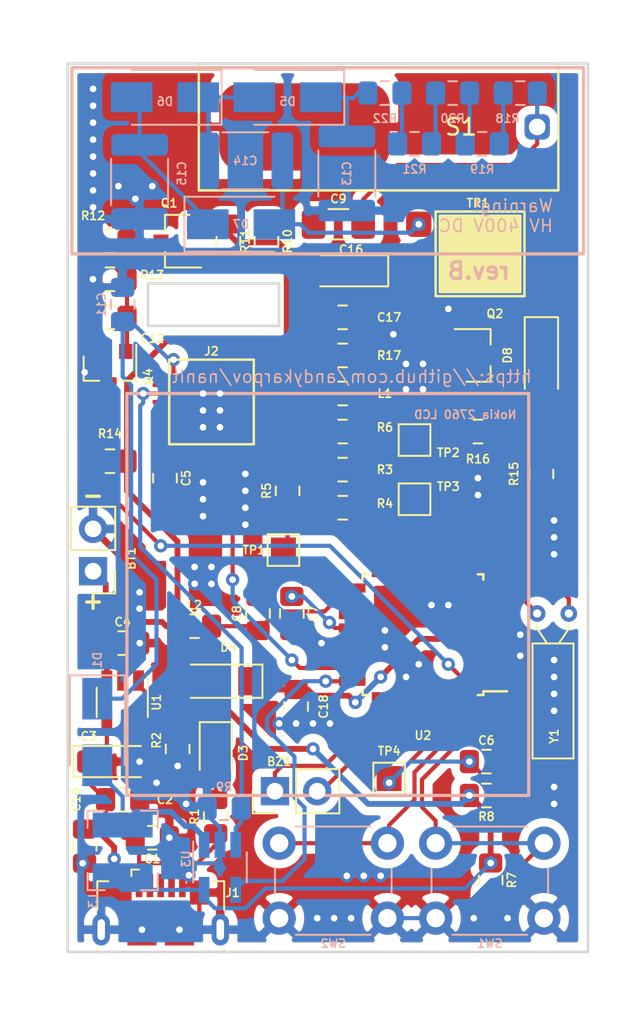
<source format=kicad_pcb>
(kicad_pcb (version 20171130) (host pcbnew 5.1.5-52549c5~84~ubuntu18.04.1)
  (layers (0 F.Cu signal) (31 B.Cu signal) (34 B.Paste user) (35 F.Paste user) (36 B.SilkS user) (37 F.SilkS user) (38 B.Mask user) (39 F.Mask user) (44 Edge.Cuts user))
  (net 0 "")
  (net 1 "Net-(Q1-Pad1)")
  (net 2 "Net-(Q1-Pad3)")
  (net 3 "Net-(U2-Pad2)")
  (net 4 "Net-(U2-Pad7)")
  (net 5 "Net-(U2-Pad8)")
  (net 6 "Net-(U2-Pad10)")
  (net 7 "Net-(U2-Pad11)")
  (net 8 "Net-(U2-Pad13)")
  (net 9 "Net-(U2-Pad19)")
  (net 10 "Net-(U2-Pad22)")
  (net 11 "Net-(U2-Pad27)")
  (net 12 "Net-(U2-Pad28)")
  (net 13 "Net-(U2-Pad30)")
  (net 14 "Net-(D1-Pad2)")
  (net 15 "Net-(J1-Pad2)")
  (net 16 "Net-(J1-Pad4)")
  (net 17 "Net-(J1-Pad3)")
  (net 18 "Net-(C14-Pad2)")
  (net 19 "Net-(D8-Pad1)")
  (net 20 "Net-(C6-Pad1)")
  (net 21 "Net-(R5-Pad1)")
  (net 22 "Net-(R4-Pad1)")
  (net 23 "Net-(R6-Pad1)")
  (net 24 "Net-(C9-Pad1)")
  (net 25 GNDD)
  (net 26 VCC)
  (net 27 Sensor)
  (net 28 LCD_BK)
  (net 29 "Net-(R21-Pad1)")
  (net 30 "Net-(C13-Pad1)")
  (net 31 "Net-(R20-Pad1)")
  (net 32 "Net-(R19-Pad1)")
  (net 33 "Net-(R18-Pad1)")
  (net 34 "Net-(L1-Pad1)")
  (net 35 "Net-(C16-Pad1)")
  (net 36 "Net-(C12-Pad1)")
  (net 37 "Net-(R2-Pad1)")
  (net 38 "Net-(D3-Pad2)")
  (net 39 "Net-(C1-Pad1)")
  (net 40 LCD_SDA)
  (net 41 HV_Detect)
  (net 42 Pump)
  (net 43 LCD_SCLK)
  (net 44 LCD_RST)
  (net 45 "Net-(C9-Pad2)")
  (net 46 LCD_CS)
  (net 47 "Net-(R3-Pad1)")
  (net 48 "Net-(D3-Pad1)")
  (net 49 "Net-(C8-Pad1)")
  (net 50 "Net-(C7-Pad1)")
  (net 51 LCD_VCC)
  (net 52 "Net-(BZ1-Pad1)")
  (net 53 "Net-(BZ1-Pad2)")
  (net 54 "Net-(SW2-Pad2)")
  (net 55 "Net-(C15-Pad1)")
  (net 56 "Net-(C14-Pad1)")
  (net 57 "Net-(R7-Pad2)")
  (net 58 LCD_BK+)
  (net 59 LCD_BK-)
  (net 60 "Net-(C18-Pad1)")
  (module Diode_SMD:D_MiniMELF (layer F.Cu) (at 123.444 113.284 180)
    (fp_text reference D4 (at -0.508 2.032 180) (layer F.SilkS) (effects (font (size 0.5 0.5) (thickness 0.1))))
    (fp_text value 1N4148)
    (pad 2 smd rect (at 1.75 0 180) (size 1.3 1.7) (layers F.Cu F.Paste F.Mask) (net 26 VCC))
    (pad 1 smd rect (at -1.75 0 180) (size 1.3 1.7) (layers F.Cu F.Paste F.Mask) (net 60 "Net-(C18-Pad1)"))
  )
  (module Diode_SMD:D_MiniMELF (layer F.Cu) (at 142.748 93.98 270)
    (fp_text reference D8 (at -0.254 2.032 270) (layer F.SilkS) (effects (font (size 0.5 0.5) (thickness 0.1))))
    (fp_text value "18v (BZV55C18)")
    (pad 2 smd rect (at 1.75 0 270) (size 1.3 1.7) (layers F.Cu F.Paste F.Mask) (net 41 HV_Detect))
    (pad 1 smd rect (at -1.75 0 270) (size 1.3 1.7) (layers F.Cu F.Paste F.Mask) (net 19 "Net-(D8-Pad1)"))
  )
  (module Capacitor_SMD:C_1812_4532Metric_Pad1.30x3.40mm_HandSolder (layer B.Cu) (at 118.618 83.312 270)
    (fp_text reference C15 (at -0.508 -2.54 270) (layer B.SilkS) (effects (font (size 0.5 0.5) (thickness 0.1)) (justify mirror)))
    (fp_text value "100nF 600V")
    (pad 2 smd roundrect (at 2.225 0 270) (size 1.3 3.4) (layers B.Cu B.Paste B.Mask) (roundrect_rratio 0.192308) (net 25 GNDD))
    (pad 1 smd roundrect (at -2.225 0 270) (size 1.3 3.4) (layers B.Cu B.Paste B.Mask) (roundrect_rratio 0.192308) (net 55 "Net-(C15-Pad1)"))
  )
  (module Capacitor_SMD:C_1812_4532Metric_Pad1.30x3.40mm_HandSolder (layer B.Cu) (at 124.968 82.042)
    (fp_text reference C14 (at 0 0) (layer B.SilkS) (effects (font (size 0.5 0.5) (thickness 0.1)) (justify mirror)))
    (fp_text value "100nF 600V")
    (pad 2 smd roundrect (at 2.225 0) (size 1.3 3.4) (layers B.Cu B.Paste B.Mask) (roundrect_rratio 0.192308) (net 18 "Net-(C14-Pad2)"))
    (pad 1 smd roundrect (at -2.225 0) (size 1.3 3.4) (layers B.Cu B.Paste B.Mask) (roundrect_rratio 0.192308) (net 56 "Net-(C14-Pad1)"))
  )
  (module Capacitor_SMD:C_1812_4532Metric_Pad1.30x3.40mm_HandSolder (layer B.Cu) (at 131.064 82.804 270)
    (fp_text reference C13 (at 0 0 270) (layer B.SilkS) (effects (font (size 0.5 0.5) (thickness 0.1)) (justify mirror)))
    (fp_text value "100nF 600V")
    (pad 2 smd roundrect (at 2.225 0 270) (size 1.3 3.4) (layers B.Cu B.Paste B.Mask) (roundrect_rratio 0.192308) (net 25 GNDD))
    (pad 1 smd roundrect (at -2.225 0 270) (size 1.3 3.4) (layers B.Cu B.Paste B.Mask) (roundrect_rratio 0.192308) (net 30 "Net-(C13-Pad1)"))
  )
  (module Inductor_SMD:L_Bourns-SRN4018 (layer B.Cu) (at 117.602 123.444 90)
    (fp_text reference L3 (at -3.048 -1.778 90) (layer B.SilkS) (effects (font (size 0.5 0.5) (thickness 0.1)) (justify mirror)))
    (fp_text value 22uH)
    (pad 2 smd rect (at 1.525 0 90) (size 1.5 3.6) (layers B.Cu B.Paste B.Mask) (net 14 "Net-(D1-Pad2)"))
    (pad 1 smd rect (at -1.525 0 90) (size 1.5 3.6) (layers B.Cu B.Paste B.Mask) (net 26 VCC))
  )
  (module Capacitor_SMD:C_0805_2012Metric_Pad1.15x1.40mm_HandSolder (layer F.Cu) (at 128.016 114.808 270)
    (fp_text reference C18 (at 0 -1.65 90) (layer F.SilkS) (effects (font (size 0.5 0.5) (thickness 0.1))))
    (fp_text value 100nF hide)
    (pad 2 smd roundrect (at 1.025 0 270) (size 1.15 1.4) (layers F.Cu F.Paste F.Mask) (roundrect_rratio 0.217391) (net 25 GNDD))
    (pad 1 smd roundrect (at -1.025 0 270) (size 1.15 1.4) (layers F.Cu F.Paste F.Mask) (roundrect_rratio 0.217391) (net 60 "Net-(C18-Pad1)"))
  )
  (module Capacitor_SMD:C_0805_2012Metric_Pad1.15x1.40mm_HandSolder (layer B.Cu) (at 117.602 90.669 90)
    (fp_text reference C11 (at -0.009 -1.27 90) (layer B.SilkS) (effects (font (size 0.5 0.5) (thickness 0.1)) (justify mirror)))
    (fp_text value 22nF)
    (pad 2 smd roundrect (at 1.025 0 90) (size 1.15 1.4) (layers B.Cu B.Paste B.Mask) (roundrect_rratio 0.217391) (net 25 GNDD))
    (pad 1 smd roundrect (at -1.025 0 90) (size 1.15 1.4) (layers B.Cu B.Paste B.Mask) (roundrect_rratio 0.217391) (net 58 LCD_BK+))
  )
  (module Capacitor_SMD:C_0805_2012Metric_Pad1.15x1.40mm_HandSolder (layer F.Cu) (at 115.316 123.19 270)
    (fp_text reference C10 (at -2.794 0.508 270) (layer F.SilkS) (effects (font (size 0.5 0.5) (thickness 0.1))))
    (fp_text value 1uF)
    (pad 1 smd roundrect (at -1.025 0 270) (size 1.15 1.4) (layers F.Cu F.Paste F.Mask) (roundrect_rratio 0.217391) (net 26 VCC))
    (pad 2 smd roundrect (at 1.025 0 270) (size 1.15 1.4) (layers F.Cu F.Paste F.Mask) (roundrect_rratio 0.217391) (net 25 GNDD))
  )
  (module Diode_SMD:D_SMA (layer B.Cu) (at 116.078 116.332 270)
    (fp_text reference D1 (at -4.318 0 270) (layer B.SilkS) (effects (font (size 0.5 0.5) (thickness 0.1)) (justify mirror)))
    (fp_text value SS14)
    (pad 1 smd rect (at -2 0 270) (size 2.5 1.8) (layers B.Cu B.Paste B.Mask) (net 58 LCD_BK+))
    (pad 2 smd rect (at 2 0 270) (size 2.5 1.8) (layers B.Cu B.Paste B.Mask) (net 14 "Net-(D1-Pad2)"))
  )
  (module Package_TO_SOT_SMD:SOT-23-5_HandSoldering (layer B.Cu) (at 123.444 124.46 270)
    (fp_text reference U3 (at -0.508 2.032 270) (layer B.SilkS) (effects (font (size 0.5 0.5) (thickness 0.1)) (justify mirror)))
    (fp_text value LT1937)
    (pad 1 smd rect (at -1.35 0.95 270) (size 1.56 0.65) (layers B.Cu B.Paste B.Mask) (net 14 "Net-(D1-Pad2)"))
    (pad 2 smd rect (at -1.35 0 270) (size 1.56 0.65) (layers B.Cu B.Paste B.Mask) (net 25 GNDD))
    (pad 3 smd rect (at -1.35 -0.95 270) (size 1.56 0.65) (layers B.Cu B.Paste B.Mask) (net 59 LCD_BK-))
    (pad 4 smd rect (at 1.35 -0.95 270) (size 1.56 0.65) (layers B.Cu B.Paste B.Mask) (net 28 LCD_BK))
    (pad 5 smd rect (at 1.35 0.95 270) (size 1.56 0.65) (layers B.Cu B.Paste B.Mask) (net 26 VCC))
  )
  (module Sensors_Radiation:LCD2600 (layer F.Cu) (at 122.936 92.456)
    (fp_text reference J2 (at 0 1.016) (layer F.SilkS) (effects (font (size 0.5 0.5) (thickness 0.1))))
    (fp_text value "Nokia 2660/2760 mini" hide)
    (pad 1 smd roundrect (at 2.54 5.08) (size 2 0.25) (layers F.Cu F.Paste F.Mask) (net 43 LCD_SCLK))
    (pad 2 smd roundrect (at 2.54 4.572) (size 2 0.25) (layers F.Cu F.Paste F.Mask) (net 40 LCD_SDA))
    (pad 3 smd roundrect (at 2.54 4.064) (size 2 0.25) (layers F.Cu F.Paste F.Mask) (net 25 GNDD))
    (pad 4 smd roundrect (at 2.54 3.556) (size 2 0.25) (layers F.Cu F.Paste F.Mask) (net 46 LCD_CS))
    (pad 5 smd roundrect (at 2.54 3.048) (size 2 0.25) (layers F.Cu F.Paste F.Mask) (net 44 LCD_RST))
    (pad 6 smd roundrect (at -2.54 3.048) (size 2 0.25) (layers F.Cu F.Paste F.Mask) (net 58 LCD_BK+))
    (pad 7 smd roundrect (at -2.54 3.556) (size 2 0.25) (layers F.Cu F.Paste F.Mask) (net 59 LCD_BK-))
    (pad 8 smd roundrect (at -2.54 4.064) (size 2 0.25) (layers F.Cu F.Paste F.Mask) (net 25 GNDD))
    (pad 9 smd roundrect (at -2.54 4.572) (size 2 0.25) (layers F.Cu F.Paste F.Mask) (net 51 LCD_VCC))
    (pad 10 smd roundrect (at -2.54 5.08) (size 2 0.25) (layers F.Cu F.Paste F.Mask) (net 51 LCD_VCC))
  )
  (module Diode_SMD:D_SMA (layer B.Cu) (at 127.508 78.232 180)
    (fp_text reference D5 (at 0 -0.254 180) (layer B.SilkS) (effects (font (size 0.5 0.5) (thickness 0.1)) (justify mirror)))
    (fp_text value US1M)
    (pad 1 smd rect (at -2 0 180) (size 2.5 1.8) (layers B.Cu B.Paste B.Mask) (net 30 "Net-(C13-Pad1)"))
    (pad 2 smd rect (at 2 0 180) (size 2.5 1.8) (layers B.Cu B.Paste B.Mask) (net 56 "Net-(C14-Pad1)"))
  )
  (module Diode_SMD:D_SMA (layer B.Cu) (at 120.142 78.232 180)
    (fp_text reference D6 (at 0 -0.254 180) (layer B.SilkS) (effects (font (size 0.5 0.5) (thickness 0.1)) (justify mirror)))
    (fp_text value US1M)
    (pad 2 smd rect (at 2 0 180) (size 2.5 1.8) (layers B.Cu B.Paste B.Mask) (net 55 "Net-(C15-Pad1)"))
    (pad 1 smd rect (at -2 0 180) (size 2.5 1.8) (layers B.Cu B.Paste B.Mask) (net 56 "Net-(C14-Pad1)"))
  )
  (module Diode_SMD:D_SMA (layer B.Cu) (at 124.714 85.852)
    (fp_text reference D7 (at 0 0) (layer B.SilkS) (effects (font (size 0.5 0.5) (thickness 0.1)) (justify mirror)))
    (fp_text value US1M)
    (pad 1 smd rect (at -2 0) (size 2.5 1.8) (layers B.Cu B.Paste B.Mask) (net 55 "Net-(C15-Pad1)"))
    (pad 2 smd rect (at 2 0) (size 2.5 1.8) (layers B.Cu B.Paste B.Mask) (net 18 "Net-(C14-Pad2)"))
  )
  (module Sensors_Radiation:CEEH54 (layer F.Cu) (at 138.43 82.55)
    (fp_text reference TR1 (at 0.508 2.032) (layer F.SilkS) (effects (font (size 0.5 0.5) (thickness 0.1))))
    (fp_text value CEEH54 hide)
    (pad 4 smd roundrect (at 4.318 6.858) (size 1.524 1.524) (layers F.Cu F.Paste F.Mask) (net 19 "Net-(D8-Pad1)"))
    (pad 6 smd roundrect (at 4.318 3.302) (size 1.524 1.524) (layers F.Cu F.Paste F.Mask) (net 19 "Net-(D8-Pad1)"))
    (pad 3 smd roundrect (at -3.048 6.858) (size 1.524 1.524) (layers F.Cu F.Paste F.Mask) (net 35 "Net-(C16-Pad1)"))
    (pad 2 smd roundrect (at -3.048 5.08) (size 1.524 1) (layers F.Cu F.Paste F.Mask))
    (pad 1 smd roundrect (at -3.048 3.302) (size 1.524 1.524) (layers F.Cu F.Paste F.Mask) (net 18 "Net-(C14-Pad2)"))
  )
  (module Capacitor_SMD:C_0805_2012Metric_Pad1.15x1.40mm_HandSolder (layer F.Cu) (at 120.142 101.092 270)
    (fp_text reference C5 (at 0 -1.27 270) (layer F.SilkS) (effects (font (size 0.5 0.5) (thickness 0.1))))
    (fp_text value 100nF)
    (pad 2 smd roundrect (at 1.025 0 270) (size 1.15 1.4) (layers F.Cu F.Paste F.Mask) (roundrect_rratio 0.217391) (net 25 GNDD))
    (pad 1 smd roundrect (at -1.025 0 270) (size 1.15 1.4) (layers F.Cu F.Paste F.Mask) (roundrect_rratio 0.217391) (net 51 LCD_VCC))
  )
  (module Resistor_SMD:R_0805_2012Metric_Pad1.15x1.40mm_HandSolder (layer F.Cu) (at 139.446 120.142)
    (fp_text reference R8 (at 0 1.27) (layer F.SilkS) (effects (font (size 0.5 0.5) (thickness 0.1))))
    (fp_text value 10k)
    (pad 2 smd roundrect (at 1.025 0) (size 1.15 1.4) (layers F.Cu F.Paste F.Mask) (roundrect_rratio 0.217391) (net 20 "Net-(C6-Pad1)"))
    (pad 1 smd roundrect (at -1.025 0) (size 1.15 1.4) (layers F.Cu F.Paste F.Mask) (roundrect_rratio 0.217391) (net 26 VCC))
  )
  (module Button_Switch_THT:SW_PUSH_6mm (layer B.Cu) (at 127 127.508)
    (fp_text reference SW2 (at 3.25 1.524) (layer B.SilkS) (effects (font (size 0.5 0.5) (thickness 0.1)) (justify mirror)))
    (fp_text value "Button 2")
    (pad 1 thru_hole circle (at 6.5 0 270) (size 2 2) (drill 1.1) (layers *.Cu *.Mask) (net 25 GNDD))
    (pad 2 thru_hole circle (at 6.5 -4.5 270) (size 2 2) (drill 1.1) (layers *.Cu *.Mask) (net 54 "Net-(SW2-Pad2)"))
    (pad 1 thru_hole circle (at 0 0 270) (size 2 2) (drill 1.1) (layers *.Cu *.Mask) (net 25 GNDD))
    (pad 2 thru_hole circle (at 0 -4.5 270) (size 2 2) (drill 1.1) (layers *.Cu *.Mask) (net 54 "Net-(SW2-Pad2)"))
  )
  (module Button_Switch_THT:SW_PUSH_6mm (layer B.Cu) (at 136.398 127.508)
    (fp_text reference SW1 (at 3.25 1.524) (layer B.SilkS) (effects (font (size 0.5 0.5) (thickness 0.1)) (justify mirror)))
    (fp_text value "Button 1")
    (pad 1 thru_hole circle (at 6.5 0 270) (size 2 2) (drill 1.1) (layers *.Cu *.Mask) (net 25 GNDD))
    (pad 2 thru_hole circle (at 6.5 -4.5 270) (size 2 2) (drill 1.1) (layers *.Cu *.Mask) (net 57 "Net-(R7-Pad2)"))
    (pad 1 thru_hole circle (at 0 0 270) (size 2 2) (drill 1.1) (layers *.Cu *.Mask) (net 25 GNDD))
    (pad 2 thru_hole circle (at 0 -4.5 270) (size 2 2) (drill 1.1) (layers *.Cu *.Mask) (net 57 "Net-(R7-Pad2)"))
  )
  (module Capacitor_SMD:C_0805_2012Metric_Pad1.15x1.40mm_HandSolder (layer F.Cu) (at 130.81 91.44 180)
    (fp_text reference C17 (at -2.794 0 180) (layer F.SilkS) (effects (font (size 0.5 0.5) (thickness 0.1))))
    (fp_text value 100nF)
    (pad 2 smd roundrect (at 1.025 0 180) (size 1.15 1.4) (layers F.Cu F.Paste F.Mask) (roundrect_rratio 0.217391) (net 25 GNDD))
    (pad 1 smd roundrect (at -1.025 0 180) (size 1.15 1.4) (layers F.Cu F.Paste F.Mask) (roundrect_rratio 0.217391) (net 35 "Net-(C16-Pad1)"))
  )
  (module Capacitor_SMD:C_0805_2012Metric_Pad1.15x1.40mm_HandSolder (layer F.Cu) (at 119.38 122.682)
    (fp_text reference C1 (at 0 1.27) (layer F.SilkS) (effects (font (size 0.5 0.5) (thickness 0.1))))
    (fp_text value 100nF)
    (pad 2 smd roundrect (at 1.025 0) (size 1.15 1.4) (layers F.Cu F.Paste F.Mask) (roundrect_rratio 0.217391) (net 25 GNDD))
    (pad 1 smd roundrect (at -1.025 0) (size 1.15 1.4) (layers F.Cu F.Paste F.Mask) (roundrect_rratio 0.217391) (net 39 "Net-(C1-Pad1)"))
  )
  (module Capacitor_SMD:C_0805_2012Metric_Pad1.15x1.40mm_HandSolder (layer F.Cu) (at 117.602 120.396)
    (fp_text reference C2 (at 2.54 0) (layer F.SilkS) (effects (font (size 0.5 0.5) (thickness 0.1))))
    (fp_text value 1uF)
    (pad 2 smd roundrect (at 1.025 0) (size 1.15 1.4) (layers F.Cu F.Paste F.Mask) (roundrect_rratio 0.217391) (net 25 GNDD))
    (pad 1 smd roundrect (at -1.025 0) (size 1.15 1.4) (layers F.Cu F.Paste F.Mask) (roundrect_rratio 0.217391) (net 39 "Net-(C1-Pad1)"))
  )
  (module Capacitor_SMD:C_0805_2012Metric_Pad1.15x1.40mm_HandSolder (layer F.Cu) (at 117.602 110.998)
    (fp_text reference C4 (at 0 -1.27) (layer F.SilkS) (effects (font (size 0.5 0.5) (thickness 0.1))))
    (fp_text value 100nF)
    (pad 2 smd roundrect (at 1.025 0) (size 1.15 1.4) (layers F.Cu F.Paste F.Mask) (roundrect_rratio 0.217391) (net 25 GNDD))
    (pad 1 smd roundrect (at -1.025 0) (size 1.15 1.4) (layers F.Cu F.Paste F.Mask) (roundrect_rratio 0.217391) (net 26 VCC))
  )
  (module Capacitor_SMD:C_0805_2012Metric_Pad1.15x1.40mm_HandSolder (layer F.Cu) (at 139.446 118.11)
    (fp_text reference C6 (at 0 -1.27) (layer F.SilkS) (effects (font (size 0.5 0.5) (thickness 0.1))))
    (fp_text value 100nF)
    (pad 2 smd roundrect (at 1.025 0) (size 1.15 1.4) (layers F.Cu F.Paste F.Mask) (roundrect_rratio 0.217391) (net 25 GNDD))
    (pad 1 smd roundrect (at -1.025 0) (size 1.15 1.4) (layers F.Cu F.Paste F.Mask) (roundrect_rratio 0.217391) (net 20 "Net-(C6-Pad1)"))
  )
  (module Capacitor_SMD:C_0805_2012Metric_Pad1.15x1.40mm_HandSolder (layer F.Cu) (at 127.762 109.22 270)
    (fp_text reference C7 (at 0 -1.27 270) (layer F.SilkS) (effects (font (size 0.5 0.5) (thickness 0.1))))
    (fp_text value 100nF)
    (pad 2 smd roundrect (at 1.025 0 270) (size 1.15 1.4) (layers F.Cu F.Paste F.Mask) (roundrect_rratio 0.217391) (net 25 GNDD))
    (pad 1 smd roundrect (at -1.025 0 270) (size 1.15 1.4) (layers F.Cu F.Paste F.Mask) (roundrect_rratio 0.217391) (net 50 "Net-(C7-Pad1)"))
  )
  (module Capacitor_SMD:C_0805_2012Metric_Pad1.15x1.40mm_HandSolder (layer F.Cu) (at 125.73 109.22 90)
    (fp_text reference C8 (at 0 -1.27 90) (layer F.SilkS) (effects (font (size 0.5 0.5) (thickness 0.1))))
    (fp_text value 100nF)
    (pad 2 smd roundrect (at 1.025 0 90) (size 1.15 1.4) (layers F.Cu F.Paste F.Mask) (roundrect_rratio 0.217391) (net 25 GNDD))
    (pad 1 smd roundrect (at -1.025 0 90) (size 1.15 1.4) (layers F.Cu F.Paste F.Mask) (roundrect_rratio 0.217391) (net 49 "Net-(C8-Pad1)"))
  )
  (module Capacitor_SMD:C_0805_2012Metric_Pad1.15x1.40mm_HandSolder (layer F.Cu) (at 116.84 91.44 180)
    (fp_text reference C12 (at -2.54 -1.27 180) (layer F.SilkS) (effects (font (size 0.5 0.5) (thickness 0.1))))
    (fp_text value 220pF)
    (pad 2 smd roundrect (at 1.025 0 180) (size 1.15 1.4) (layers F.Cu F.Paste F.Mask) (roundrect_rratio 0.217391) (net 25 GNDD))
    (pad 1 smd roundrect (at -1.025 0 180) (size 1.15 1.4) (layers F.Cu F.Paste F.Mask) (roundrect_rratio 0.217391) (net 36 "Net-(C12-Pad1)"))
  )
  (module Capacitor_SMD:C_1206_3216Metric_Pad1.42x1.75mm_HandSolder (layer F.Cu) (at 130.556 85.852 180)
    (fp_text reference C9 (at 0 1.524 180) (layer F.SilkS) (effects (font (size 0.5 0.5) (thickness 0.1))))
    (fp_text value "10pF 1000V (C17UL100J-7ZN-X1T)")
    (pad 2 smd roundrect (at 1.4875 0 180) (size 1.425 1.75) (layers F.Cu F.Paste F.Mask) (roundrect_rratio 0.175439) (net 45 "Net-(C9-Pad2)"))
    (pad 1 smd roundrect (at -1.4875 0 180) (size 1.425 1.75) (layers F.Cu F.Paste F.Mask) (roundrect_rratio 0.175439) (net 24 "Net-(C9-Pad1)"))
  )
  (module Capacitor_Tantalum_SMD:CP_EIA-3216-18_Kemet-A_Pad1.58x1.35mm_HandSolder (layer F.Cu) (at 117.094 118.11)
    (fp_text reference C3 (at -1.524 -1.524) (layer F.SilkS) (effects (font (size 0.5 0.5) (thickness 0.1))))
    (fp_text value 10uF)
    (pad 2 smd roundrect (at 1.4375 0) (size 1.575 1.35) (layers F.Cu F.Paste F.Mask) (roundrect_rratio 0.185185) (net 25 GNDD))
    (pad 1 smd roundrect (at -1.4375 0) (size 1.575 1.35) (layers F.Cu F.Paste F.Mask) (roundrect_rratio 0.185185) (net 39 "Net-(C1-Pad1)"))
  )
  (module Capacitor_Tantalum_SMD:CP_EIA-3216-18_Kemet-A_Pad1.58x1.35mm_HandSolder (layer F.Cu) (at 131.064 88.646 180)
    (fp_text reference C16 (at -0.254 1.27 180) (layer F.SilkS) (effects (font (size 0.5 0.5) (thickness 0.1))))
    (fp_text value 47uF)
    (pad 2 smd roundrect (at 1.4375 0 180) (size 1.575 1.35) (layers F.Cu F.Paste F.Mask) (roundrect_rratio 0.185185) (net 25 GNDD))
    (pad 1 smd roundrect (at -1.4375 0 180) (size 1.575 1.35) (layers F.Cu F.Paste F.Mask) (roundrect_rratio 0.185185) (net 35 "Net-(C16-Pad1)"))
  )
  (module Connector_PinHeader_2.54mm:PinHeader_1x02_P2.54mm_Vertical (layer F.Cu) (at 126.746 119.888 90)
    (fp_text reference BZ1 (at 1.778 0.254) (layer F.SilkS) (effects (font (size 0.5 0.5) (thickness 0.1))))
    (fp_text value Buzzer)
    (pad 2 thru_hole oval (at 0 2.54 90) (size 1.7 1.7) (drill 1) (layers *.Cu *.Mask) (net 53 "Net-(BZ1-Pad2)"))
    (pad 1 thru_hole rect (at 0 0 90) (size 1.7 1.7) (drill 1) (layers *.Cu *.Mask) (net 52 "Net-(BZ1-Pad1)"))
  )
  (module Connector_PinHeader_2.54mm:PinHeader_1x02_P2.54mm_Vertical (layer F.Cu) (at 115.824 106.68 180)
    (fp_text reference BT1 (at -2.286 0.762 90) (layer F.SilkS) (effects (font (size 0.5 0.5) (thickness 0.1))))
    (fp_text value 3.7V hide)
    (pad 2 thru_hole oval (at 0 2.54 180) (size 1.7 1.7) (drill 1) (layers *.Cu *.Mask) (net 25 GNDD))
    (pad 1 thru_hole rect (at 0 0 180) (size 1.7 1.7) (drill 1) (layers *.Cu *.Mask) (net 26 VCC))
  )
  (module Inductor_SMD:L_0805_2012Metric_Pad1.15x1.40mm_HandSolder (layer F.Cu) (at 130.81 96.012 180)
    (fp_text reference L1 (at -2.54 0 180) (layer F.SilkS) (effects (font (size 0.5 0.5) (thickness 0.1))))
    (fp_text value 10uH)
    (pad 2 smd roundrect (at 1.025 0 180) (size 1.15 1.4) (layers F.Cu F.Paste F.Mask) (roundrect_rratio 0.217391) (net 26 VCC))
    (pad 1 smd roundrect (at -1.025 0 180) (size 1.15 1.4) (layers F.Cu F.Paste F.Mask) (roundrect_rratio 0.217391) (net 34 "Net-(L1-Pad1)"))
  )
  (module Inductor_SMD:L_0805_2012Metric_Pad1.15x1.40mm_HandSolder (layer F.Cu) (at 121.92 109.982)
    (fp_text reference L2 (at 0 -1.27) (layer F.SilkS) (effects (font (size 0.5 0.5) (thickness 0.1))))
    (fp_text value 10uH)
    (pad 2 smd roundrect (at 1.025 0) (size 1.15 1.4) (layers F.Cu F.Paste F.Mask) (roundrect_rratio 0.217391) (net 49 "Net-(C8-Pad1)"))
    (pad 1 smd roundrect (at -1.025 0) (size 1.15 1.4) (layers F.Cu F.Paste F.Mask) (roundrect_rratio 0.217391) (net 26 VCC))
  )
  (module LED_SMD:LED_0805_2012Metric_Pad1.15x1.40mm_HandSolder (layer F.Cu) (at 123.19 117.602 270)
    (fp_text reference D3 (at 0 -1.65 270) (layer F.SilkS) (effects (font (size 0.5 0.5) (thickness 0.1))))
    (fp_text value Charging hide)
    (pad 2 smd roundrect (at 1.025 0 270) (size 1.15 1.4) (layers F.Cu F.Paste F.Mask) (roundrect_rratio 0.217391) (net 38 "Net-(D3-Pad2)"))
    (pad 1 smd roundrect (at -1.025 0 270) (size 1.15 1.4) (layers F.Cu F.Paste F.Mask) (roundrect_rratio 0.217391) (net 48 "Net-(D3-Pad1)"))
  )
  (module Package_TO_SOT_SMD:SOT-23 (layer F.Cu) (at 116.84 94.488 270)
    (fp_text reference Q4 (at 0.508 -2.286 270) (layer F.SilkS) (effects (font (size 0.5 0.5) (thickness 0.1))))
    (fp_text value BC847)
    (pad 3 smd rect (at 1 0 270) (size 0.9 0.8) (layers F.Cu F.Paste F.Mask) (net 27 Sensor))
    (pad 2 smd rect (at -1 0.95 270) (size 0.9 0.8) (layers F.Cu F.Paste F.Mask) (net 25 GNDD))
    (pad 1 smd rect (at -1 -0.95 270) (size 0.9 0.8) (layers F.Cu F.Paste F.Mask) (net 36 "Net-(C12-Pad1)"))
  )
  (module Package_TO_SOT_SMD:SOT-23 (layer F.Cu) (at 138.938 93.726)
    (fp_text reference Q2 (at 1.016 -2.5 180) (layer F.SilkS) (effects (font (size 0.5 0.5) (thickness 0.1))))
    (fp_text value IRLML6344)
    (pad 3 smd rect (at 1 0) (size 0.9 0.8) (layers F.Cu F.Paste F.Mask) (net 19 "Net-(D8-Pad1)"))
    (pad 2 smd rect (at -1 0.95) (size 0.9 0.8) (layers F.Cu F.Paste F.Mask) (net 25 GNDD))
    (pad 1 smd rect (at -1 -0.95) (size 0.9 0.8) (layers F.Cu F.Paste F.Mask) (net 42 Pump))
  )
  (module Package_TO_SOT_SMD:SOT-23 (layer F.Cu) (at 120.904 86.868 180)
    (fp_text reference Q1 (at 0.508 2.286 180) (layer F.SilkS) (effects (font (size 0.5 0.5) (thickness 0.1))))
    (fp_text value BC857)
    (pad 3 smd rect (at 1 0 180) (size 0.9 0.8) (layers F.Cu F.Paste F.Mask) (net 2 "Net-(Q1-Pad3)"))
    (pad 2 smd rect (at -1 0.95 180) (size 0.9 0.8) (layers F.Cu F.Paste F.Mask) (net 26 VCC))
    (pad 1 smd rect (at -1 -0.95 180) (size 0.9 0.8) (layers F.Cu F.Paste F.Mask) (net 1 "Net-(Q1-Pad1)"))
  )
  (module Resistor_SMD:R_0805_2012Metric_Pad1.15x1.40mm_HandSolder (layer F.Cu) (at 130.81 100.584 180)
    (fp_text reference R3 (at -2.54 0 180) (layer F.SilkS) (effects (font (size 0.5 0.5) (thickness 0.1))))
    (fp_text value 4k7)
    (pad 2 smd roundrect (at 1.025 0 180) (size 1.15 1.4) (layers F.Cu F.Paste F.Mask) (roundrect_rratio 0.217391) (net 46 LCD_CS))
    (pad 1 smd roundrect (at -1.025 0 180) (size 1.15 1.4) (layers F.Cu F.Paste F.Mask) (roundrect_rratio 0.217391) (net 47 "Net-(R3-Pad1)"))
  )
  (module Resistor_SMD:R_0805_2012Metric_Pad1.15x1.40mm_HandSolder (layer F.Cu) (at 126.238 86.868 270)
    (fp_text reference R10 (at 0 -1.27 270) (layer F.SilkS) (effects (font (size 0.5 0.5) (thickness 0.1))))
    (fp_text value 1k5)
    (pad 2 smd roundrect (at 1.025 0 270) (size 1.15 1.4) (layers F.Cu F.Paste F.Mask) (roundrect_rratio 0.217391) (net 1 "Net-(Q1-Pad1)"))
    (pad 1 smd roundrect (at -1.025 0 270) (size 1.15 1.4) (layers F.Cu F.Paste F.Mask) (roundrect_rratio 0.217391) (net 45 "Net-(C9-Pad2)"))
  )
  (module Resistor_SMD:R_0805_2012Metric_Pad1.15x1.40mm_HandSolder (layer B.Cu) (at 123.698 120.904 180)
    (fp_text reference R9 (at 0 1.27 180) (layer B.SilkS) (effects (font (size 0.5 0.5) (thickness 0.1)) (justify mirror)))
    (fp_text value 10)
    (pad 2 smd roundrect (at 1.025 0 180) (size 1.15 1.4) (layers B.Cu B.Paste B.Mask) (roundrect_rratio 0.217391) (net 25 GNDD))
    (pad 1 smd roundrect (at -1.025 0 180) (size 1.15 1.4) (layers B.Cu B.Paste B.Mask) (roundrect_rratio 0.217391) (net 59 LCD_BK-))
  )
  (module Resistor_SMD:R_0805_2012Metric_Pad1.15x1.40mm_HandSolder (layer F.Cu) (at 139.7 125.222 270)
    (fp_text reference R7 (at 0 -1.27 270) (layer F.SilkS) (effects (font (size 0.5 0.5) (thickness 0.1))))
    (fp_text value 10k)
    (pad 2 smd roundrect (at 1.025 0 270) (size 1.15 1.4) (layers F.Cu F.Paste F.Mask) (roundrect_rratio 0.217391) (net 57 "Net-(R7-Pad2)"))
    (pad 1 smd roundrect (at -1.025 0 270) (size 1.15 1.4) (layers F.Cu F.Paste F.Mask) (roundrect_rratio 0.217391) (net 26 VCC))
  )
  (module Resistor_SMD:R_0805_2012Metric_Pad1.15x1.40mm_HandSolder (layer F.Cu) (at 130.81 98.298 180)
    (fp_text reference R6 (at -2.54 0.254 180) (layer F.SilkS) (effects (font (size 0.5 0.5) (thickness 0.1))))
    (fp_text value 4k7)
    (pad 2 smd roundrect (at 1.025 0 180) (size 1.15 1.4) (layers F.Cu F.Paste F.Mask) (roundrect_rratio 0.217391) (net 44 LCD_RST))
    (pad 1 smd roundrect (at -1.025 0 180) (size 1.15 1.4) (layers F.Cu F.Paste F.Mask) (roundrect_rratio 0.217391) (net 23 "Net-(R6-Pad1)"))
  )
  (module Resistor_SMD:R_0805_2012Metric_Pad1.15x1.40mm_HandSolder (layer F.Cu) (at 127.508 101.854 90)
    (fp_text reference R5 (at 0 -1.27 90) (layer F.SilkS) (effects (font (size 0.5 0.5) (thickness 0.1))))
    (fp_text value 4k7)
    (pad 2 smd roundrect (at 1.025 0 90) (size 1.15 1.4) (layers F.Cu F.Paste F.Mask) (roundrect_rratio 0.217391) (net 43 LCD_SCLK))
    (pad 1 smd roundrect (at -1.025 0 90) (size 1.15 1.4) (layers F.Cu F.Paste F.Mask) (roundrect_rratio 0.217391) (net 21 "Net-(R5-Pad1)"))
  )
  (module Resistor_SMD:R_0805_2012Metric_Pad1.15x1.40mm_HandSolder (layer F.Cu) (at 138.938 98.298 180)
    (fp_text reference R16 (at 0 -1.65) (layer F.SilkS) (effects (font (size 0.5 0.5) (thickness 0.1))))
    (fp_text value 1M)
    (pad 2 smd roundrect (at 1.025 0 180) (size 1.15 1.4) (layers F.Cu F.Paste F.Mask) (roundrect_rratio 0.217391) (net 42 Pump))
    (pad 1 smd roundrect (at -1.025 0 180) (size 1.15 1.4) (layers F.Cu F.Paste F.Mask) (roundrect_rratio 0.217391) (net 25 GNDD))
  )
  (module Resistor_SMD:R_0805_2012Metric_Pad1.15x1.40mm_HandSolder (layer F.Cu) (at 142.748 100.838 90)
    (fp_text reference R15 (at 0 -1.65 270) (layer F.SilkS) (effects (font (size 0.5 0.5) (thickness 0.1))))
    (fp_text value 750)
    (pad 2 smd roundrect (at 1.025 0 90) (size 1.15 1.4) (layers F.Cu F.Paste F.Mask) (roundrect_rratio 0.217391) (net 41 HV_Detect))
    (pad 1 smd roundrect (at -1.025 0 90) (size 1.15 1.4) (layers F.Cu F.Paste F.Mask) (roundrect_rratio 0.217391) (net 25 GNDD))
  )
  (module Resistor_SMD:R_0805_2012Metric_Pad1.15x1.40mm_HandSolder (layer F.Cu) (at 130.81 102.87 180)
    (fp_text reference R4 (at -2.54 0.254 180) (layer F.SilkS) (effects (font (size 0.5 0.5) (thickness 0.1))))
    (fp_text value 4k7)
    (pad 2 smd roundrect (at 1.025 0 180) (size 1.15 1.4) (layers F.Cu F.Paste F.Mask) (roundrect_rratio 0.217391) (net 40 LCD_SDA))
    (pad 1 smd roundrect (at -1.025 0 180) (size 1.15 1.4) (layers F.Cu F.Paste F.Mask) (roundrect_rratio 0.217391) (net 22 "Net-(R4-Pad1)"))
  )
  (module Resistor_SMD:R_0805_2012Metric_Pad1.15x1.40mm_HandSolder (layer F.Cu) (at 116.84 89.154)
    (fp_text reference R13 (at 2.54 -0.254) (layer F.SilkS) (effects (font (size 0.5 0.5) (thickness 0.1))))
    (fp_text value 10k)
    (pad 2 smd roundrect (at 1.025 0) (size 1.15 1.4) (layers F.Cu F.Paste F.Mask) (roundrect_rratio 0.217391) (net 36 "Net-(C12-Pad1)"))
    (pad 1 smd roundrect (at -1.025 0) (size 1.15 1.4) (layers F.Cu F.Paste F.Mask) (roundrect_rratio 0.217391) (net 25 GNDD))
  )
  (module Resistor_SMD:R_0805_2012Metric_Pad1.15x1.40mm_HandSolder (layer F.Cu) (at 123.19 121.412 90)
    (fp_text reference R1 (at 0 -1.27 90) (layer F.SilkS) (effects (font (size 0.5 0.5) (thickness 0.1))))
    (fp_text value 300)
    (pad 2 smd roundrect (at 1.025 0 90) (size 1.15 1.4) (layers F.Cu F.Paste F.Mask) (roundrect_rratio 0.217391) (net 38 "Net-(D3-Pad2)"))
    (pad 1 smd roundrect (at -1.025 0 90) (size 1.15 1.4) (layers F.Cu F.Paste F.Mask) (roundrect_rratio 0.217391) (net 39 "Net-(C1-Pad1)"))
  )
  (module Resistor_SMD:R_0805_2012Metric_Pad1.15x1.40mm_HandSolder (layer F.Cu) (at 120.904 117.348 270)
    (fp_text reference R2 (at -0.508 1.27 270) (layer F.SilkS) (effects (font (size 0.5 0.5) (thickness 0.1))))
    (fp_text value 10k*)
    (pad 2 smd roundrect (at 1.025 0 270) (size 1.15 1.4) (layers F.Cu F.Paste F.Mask) (roundrect_rratio 0.217391) (net 25 GNDD))
    (pad 1 smd roundrect (at -1.025 0 270) (size 1.15 1.4) (layers F.Cu F.Paste F.Mask) (roundrect_rratio 0.217391) (net 37 "Net-(R2-Pad1)"))
  )
  (module Resistor_SMD:R_0805_2012Metric_Pad1.15x1.40mm_HandSolder (layer F.Cu) (at 116.84 86.868)
    (fp_text reference R12 (at -1.016 -1.524) (layer F.SilkS) (effects (font (size 0.5 0.5) (thickness 0.1))))
    (fp_text value 10k)
    (pad 2 smd roundrect (at 1.025 0) (size 1.15 1.4) (layers F.Cu F.Paste F.Mask) (roundrect_rratio 0.217391) (net 2 "Net-(Q1-Pad3)"))
    (pad 1 smd roundrect (at -1.025 0) (size 1.15 1.4) (layers F.Cu F.Paste F.Mask) (roundrect_rratio 0.217391) (net 36 "Net-(C12-Pad1)"))
  )
  (module Resistor_SMD:R_0805_2012Metric_Pad1.15x1.40mm_HandSolder (layer F.Cu) (at 130.81 93.726)
    (fp_text reference R17 (at 2.794 0) (layer F.SilkS) (effects (font (size 0.5 0.5) (thickness 0.1))))
    (fp_text value 20)
    (pad 2 smd roundrect (at 1.025 0) (size 1.15 1.4) (layers F.Cu F.Paste F.Mask) (roundrect_rratio 0.217391) (net 35 "Net-(C16-Pad1)"))
    (pad 1 smd roundrect (at -1.025 0) (size 1.15 1.4) (layers F.Cu F.Paste F.Mask) (roundrect_rratio 0.217391) (net 34 "Net-(L1-Pad1)"))
  )
  (module Resistor_SMD:R_0805_2012Metric_Pad1.15x1.40mm_HandSolder (layer B.Cu) (at 141.478 77.978)
    (fp_text reference R18 (at -0.762 1.524) (layer B.SilkS) (effects (font (size 0.5 0.5) (thickness 0.1)) (justify mirror)))
    (fp_text value 1M)
    (pad 2 smd roundrect (at 1.025 0) (size 1.15 1.4) (layers B.Cu B.Paste B.Mask) (roundrect_rratio 0.217391) (net 24 "Net-(C9-Pad1)"))
    (pad 1 smd roundrect (at -1.025 0) (size 1.15 1.4) (layers B.Cu B.Paste B.Mask) (roundrect_rratio 0.217391) (net 33 "Net-(R18-Pad1)"))
  )
  (module Resistor_SMD:R_0805_2012Metric_Pad1.15x1.40mm_HandSolder (layer B.Cu) (at 139.192 81.026)
    (fp_text reference R19 (at 0 1.524) (layer B.SilkS) (effects (font (size 0.5 0.5) (thickness 0.1)) (justify mirror)))
    (fp_text value 1M)
    (pad 2 smd roundrect (at 1.025 0) (size 1.15 1.4) (layers B.Cu B.Paste B.Mask) (roundrect_rratio 0.217391) (net 33 "Net-(R18-Pad1)"))
    (pad 1 smd roundrect (at -1.025 0) (size 1.15 1.4) (layers B.Cu B.Paste B.Mask) (roundrect_rratio 0.217391) (net 32 "Net-(R19-Pad1)"))
  )
  (module Resistor_SMD:R_0805_2012Metric_Pad1.15x1.40mm_HandSolder (layer B.Cu) (at 137.414 77.978)
    (fp_text reference R20 (at 0 1.524) (layer B.SilkS) (effects (font (size 0.5 0.5) (thickness 0.1)) (justify mirror)))
    (fp_text value 1M)
    (pad 2 smd roundrect (at 1.025 0) (size 1.15 1.4) (layers B.Cu B.Paste B.Mask) (roundrect_rratio 0.217391) (net 32 "Net-(R19-Pad1)"))
    (pad 1 smd roundrect (at -1.025 0) (size 1.15 1.4) (layers B.Cu B.Paste B.Mask) (roundrect_rratio 0.217391) (net 31 "Net-(R20-Pad1)"))
  )
  (module Resistor_SMD:R_0805_2012Metric_Pad1.15x1.40mm_HandSolder (layer B.Cu) (at 135.128 81.026)
    (fp_text reference R21 (at 0 1.524) (layer B.SilkS) (effects (font (size 0.5 0.5) (thickness 0.1)) (justify mirror)))
    (fp_text value 2M)
    (pad 2 smd roundrect (at 1.025 0) (size 1.15 1.4) (layers B.Cu B.Paste B.Mask) (roundrect_rratio 0.217391) (net 31 "Net-(R20-Pad1)"))
    (pad 1 smd roundrect (at -1.025 0) (size 1.15 1.4) (layers B.Cu B.Paste B.Mask) (roundrect_rratio 0.217391) (net 29 "Net-(R21-Pad1)"))
  )
  (module Resistor_SMD:R_0805_2012Metric_Pad1.15x1.40mm_HandSolder (layer B.Cu) (at 133.35 77.978)
    (fp_text reference R22 (at 0 1.524) (layer B.SilkS) (effects (font (size 0.5 0.5) (thickness 0.1)) (justify mirror)))
    (fp_text value 2M)
    (pad 2 smd roundrect (at 1.025 0) (size 1.15 1.4) (layers B.Cu B.Paste B.Mask) (roundrect_rratio 0.217391) (net 29 "Net-(R21-Pad1)"))
    (pad 1 smd roundrect (at -1.025 0) (size 1.15 1.4) (layers B.Cu B.Paste B.Mask) (roundrect_rratio 0.217391) (net 30 "Net-(C13-Pad1)"))
  )
  (module Resistor_SMD:R_0805_2012Metric_Pad1.15x1.40mm_HandSolder (layer F.Cu) (at 116.84 100.076)
    (fp_text reference R14 (at 0 -1.65) (layer F.SilkS) (effects (font (size 0.5 0.5) (thickness 0.1))))
    (fp_text value 10k)
    (pad 2 smd roundrect (at 1.025 0) (size 1.15 1.4) (layers F.Cu F.Paste F.Mask) (roundrect_rratio 0.217391) (net 26 VCC))
    (pad 1 smd roundrect (at -1.025 0) (size 1.15 1.4) (layers F.Cu F.Paste F.Mask) (roundrect_rratio 0.217391) (net 27 Sensor))
  )
  (module Resistor_SMD:R_0805_2012Metric_Pad1.15x1.40mm_HandSolder (layer F.Cu) (at 123.952 86.868 270)
    (fp_text reference R11 (at 0 -1.016 270) (layer F.SilkS) (effects (font (size 0.5 0.5) (thickness 0.1))))
    (fp_text value 10k)
    (pad 2 smd roundrect (at 1.025 0 270) (size 1.15 1.4) (layers F.Cu F.Paste F.Mask) (roundrect_rratio 0.217391) (net 1 "Net-(Q1-Pad1)"))
    (pad 1 smd roundrect (at -1.025 0 270) (size 1.15 1.4) (layers F.Cu F.Paste F.Mask) (roundrect_rratio 0.217391) (net 26 VCC))
  )
  (module TestPoint:TestPoint_Pad_1.5x1.5mm (layer F.Cu) (at 135.128 98.806)
    (fp_text reference TP2 (at 2.032 0.762) (layer F.SilkS) (effects (font (size 0.5 0.5) (thickness 0.1))))
    (fp_text value PROG_MISO hide)
    (pad 1 smd rect (at 0 0) (size 1.5 1.5) (layers F.Cu F.Mask) (net 23 "Net-(R6-Pad1)"))
  )
  (module TestPoint:TestPoint_Pad_1.5x1.5mm (layer F.Cu) (at 135.128 102.362)
    (fp_text reference TP3 (at 2.032 -0.762) (layer F.SilkS) (effects (font (size 0.5 0.5) (thickness 0.1))))
    (fp_text value PROG_MOSI hide)
    (pad 1 smd rect (at 0 0) (size 1.5 1.5) (layers F.Cu F.Mask) (net 22 "Net-(R4-Pad1)"))
  )
  (module TestPoint:TestPoint_Pad_1.5x1.5mm (layer F.Cu) (at 127.254 105.41)
    (fp_text reference TP1 (at -1.778 0) (layer F.SilkS) (effects (font (size 0.5 0.5) (thickness 0.1))))
    (fp_text value PROG_SCK hide)
    (pad 1 smd rect (at 0 0) (size 1.5 1.5) (layers F.Cu F.Mask) (net 21 "Net-(R5-Pad1)"))
  )
  (module TestPoint:TestPoint_Pad_1.5x1.5mm (layer F.Cu) (at 133.604 119.126)
    (fp_text reference TP4 (at 0 -1.648) (layer F.SilkS) (effects (font (size 0.5 0.5) (thickness 0.1))))
    (fp_text value PROG_RST hide)
    (pad 1 smd rect (at 0 0) (size 1.5 1.5) (layers F.Cu F.Mask) (net 20 "Net-(C6-Pad1)"))
  )
  (module Connector_USB:USB_Micro-B_GCT_USB3076-30-A (layer F.Cu) (at 119.888 127)
    (fp_text reference J1 (at 4.318 -1.016) (layer F.SilkS) (effects (font (size 0.5 0.5) (thickness 0.1))))
    (fp_text value USB_B_Micro)
    (pad 6 smd rect (at -2.32 -1.03) (size 1.15 1.45) (layers F.Cu F.Paste F.Mask) (net 25 GNDD))
    (pad 6 smd rect (at 2.32 -1.03) (size 1.15 1.45) (layers F.Cu F.Paste F.Mask) (net 25 GNDD))
    (pad 6 thru_hole oval (at 3.575 1.2) (size 1.05 1.9) (drill oval 0.45 1.25) (layers *.Cu *.Mask) (net 25 GNDD))
    (pad 6 thru_hole oval (at -3.575 1.2 180) (size 1.05 1.9) (drill oval 0.45 1.25) (layers *.Cu *.Mask) (net 25 GNDD))
    (pad 6 smd rect (at -1.125 1.2) (size 1.75 1.9) (layers F.Cu F.Paste F.Mask) (net 25 GNDD))
    (pad 3 smd rect (at 0 -1.45) (size 0.4 1.4) (layers F.Cu F.Paste F.Mask) (net 17 "Net-(J1-Pad3)"))
    (pad 4 smd rect (at 0.65 -1.45) (size 0.4 1.4) (layers F.Cu F.Paste F.Mask) (net 16 "Net-(J1-Pad4)"))
    (pad 5 smd rect (at 1.3 -1.45) (size 0.4 1.4) (layers F.Cu F.Paste F.Mask) (net 25 GNDD))
    (pad 1 smd rect (at -1.3 -1.45) (size 0.4 1.4) (layers F.Cu F.Paste F.Mask) (net 39 "Net-(C1-Pad1)"))
    (pad 2 smd rect (at -0.65 -1.45) (size 0.4 1.4) (layers F.Cu F.Paste F.Mask) (net 15 "Net-(J1-Pad2)"))
    (pad 6 smd rect (at 1.125 1.2) (size 1.75 1.9) (layers F.Cu F.Paste F.Mask) (net 25 GNDD))
  )
  (module Crystal:Crystal_C26-LF_D2.1mm_L6.5mm_Horizontal (layer F.Cu) (at 142.494 109.22)
    (fp_text reference Y1 (at 1.016 7.366 90) (layer F.SilkS) (effects (font (size 0.5 0.5) (thickness 0.1))))
    (fp_text value "32.768 KHz")
    (pad 2 thru_hole circle (at 1.9 0) (size 1 1) (drill 0.5) (layers *.Cu *.Mask) (net 5 "Net-(U2-Pad8)"))
    (pad 1 thru_hole circle (at 0 0) (size 1 1) (drill 0.5) (layers *.Cu *.Mask) (net 4 "Net-(U2-Pad7)"))
  )
  (module Package_QFP:TQFP-32_7x7mm_P0.8mm (layer F.Cu) (at 135.636 110.49 180)
    (fp_text reference U2 (at 0 -6.05 180) (layer F.SilkS) (effects (font (size 0.5 0.5) (thickness 0.1))))
    (fp_text value ATmega88PA-AU)
    (pad 32 smd rect (at -2.8 -4.25 270) (size 1.6 0.55) (layers F.Cu F.Paste F.Mask) (net 57 "Net-(R7-Pad2)"))
    (pad 31 smd rect (at -2 -4.25 270) (size 1.6 0.55) (layers F.Cu F.Paste F.Mask) (net 54 "Net-(SW2-Pad2)"))
    (pad 30 smd rect (at -1.2 -4.25 270) (size 1.6 0.55) (layers F.Cu F.Paste F.Mask) (net 13 "Net-(U2-Pad30)"))
    (pad 29 smd rect (at -0.4 -4.25 270) (size 1.6 0.55) (layers F.Cu F.Paste F.Mask) (net 20 "Net-(C6-Pad1)"))
    (pad 28 smd rect (at 0.4 -4.25 270) (size 1.6 0.55) (layers F.Cu F.Paste F.Mask) (net 12 "Net-(U2-Pad28)"))
    (pad 27 smd rect (at 1.2 -4.25 270) (size 1.6 0.55) (layers F.Cu F.Paste F.Mask) (net 11 "Net-(U2-Pad27)"))
    (pad 26 smd rect (at 2 -4.25 270) (size 1.6 0.55) (layers F.Cu F.Paste F.Mask) (net 53 "Net-(BZ1-Pad2)"))
    (pad 25 smd rect (at 2.8 -4.25 270) (size 1.6 0.55) (layers F.Cu F.Paste F.Mask) (net 52 "Net-(BZ1-Pad1)"))
    (pad 24 smd rect (at 4.25 -2.8 180) (size 1.6 0.55) (layers F.Cu F.Paste F.Mask) (net 28 LCD_BK))
    (pad 23 smd rect (at 4.25 -2 180) (size 1.6 0.55) (layers F.Cu F.Paste F.Mask) (net 51 LCD_VCC))
    (pad 22 smd rect (at 4.25 -1.2 180) (size 1.6 0.55) (layers F.Cu F.Paste F.Mask) (net 10 "Net-(U2-Pad22)"))
    (pad 21 smd rect (at 4.25 -0.4 180) (size 1.6 0.55) (layers F.Cu F.Paste F.Mask) (net 25 GNDD))
    (pad 20 smd rect (at 4.25 0.4 180) (size 1.6 0.55) (layers F.Cu F.Paste F.Mask) (net 50 "Net-(C7-Pad1)"))
    (pad 19 smd rect (at 4.25 1.2 180) (size 1.6 0.55) (layers F.Cu F.Paste F.Mask) (net 9 "Net-(U2-Pad19)"))
    (pad 18 smd rect (at 4.25 2 180) (size 1.6 0.55) (layers F.Cu F.Paste F.Mask) (net 49 "Net-(C8-Pad1)"))
    (pad 17 smd rect (at 4.25 2.8 180) (size 1.6 0.55) (layers F.Cu F.Paste F.Mask) (net 21 "Net-(R5-Pad1)"))
    (pad 16 smd rect (at 2.8 4.25 270) (size 1.6 0.55) (layers F.Cu F.Paste F.Mask) (net 23 "Net-(R6-Pad1)"))
    (pad 15 smd rect (at 2 4.25 270) (size 1.6 0.55) (layers F.Cu F.Paste F.Mask) (net 22 "Net-(R4-Pad1)"))
    (pad 14 smd rect (at 1.2 4.25 270) (size 1.6 0.55) (layers F.Cu F.Paste F.Mask) (net 47 "Net-(R3-Pad1)"))
    (pad 13 smd rect (at 0.4 4.25 270) (size 1.6 0.55) (layers F.Cu F.Paste F.Mask) (net 8 "Net-(U2-Pad13)"))
    (pad 12 smd rect (at -0.4 4.25 270) (size 1.6 0.55) (layers F.Cu F.Paste F.Mask) (net 42 Pump))
    (pad 11 smd rect (at -1.2 4.25 270) (size 1.6 0.55) (layers F.Cu F.Paste F.Mask) (net 7 "Net-(U2-Pad11)"))
    (pad 10 smd rect (at -2 4.25 270) (size 1.6 0.55) (layers F.Cu F.Paste F.Mask) (net 6 "Net-(U2-Pad10)"))
    (pad 9 smd rect (at -2.8 4.25 270) (size 1.6 0.55) (layers F.Cu F.Paste F.Mask) (net 41 HV_Detect))
    (pad 8 smd rect (at -4.25 2.8 180) (size 1.6 0.55) (layers F.Cu F.Paste F.Mask) (net 5 "Net-(U2-Pad8)"))
    (pad 7 smd rect (at -4.25 2 180) (size 1.6 0.55) (layers F.Cu F.Paste F.Mask) (net 4 "Net-(U2-Pad7)"))
    (pad 6 smd rect (at -4.25 1.2 180) (size 1.6 0.55) (layers F.Cu F.Paste F.Mask) (net 60 "Net-(C18-Pad1)"))
    (pad 5 smd rect (at -4.25 0.4 180) (size 1.6 0.55) (layers F.Cu F.Paste F.Mask) (net 25 GNDD))
    (pad 4 smd rect (at -4.25 -0.4 180) (size 1.6 0.55) (layers F.Cu F.Paste F.Mask) (net 60 "Net-(C18-Pad1)"))
    (pad 3 smd rect (at -4.25 -1.2 180) (size 1.6 0.55) (layers F.Cu F.Paste F.Mask) (net 25 GNDD))
    (pad 2 smd rect (at -4.25 -2 180) (size 1.6 0.55) (layers F.Cu F.Paste F.Mask) (net 3 "Net-(U2-Pad2)"))
    (pad 1 smd rect (at -4.25 -2.8 180) (size 1.6 0.55) (layers F.Cu F.Paste F.Mask) (net 27 Sensor))
  )
  (module Package_TO_SOT_SMD:TSOT-23-5 (layer F.Cu) (at 117.602 114.554 270)
    (fp_text reference U1 (at 0 -2.032 270) (layer F.SilkS) (effects (font (size 0.5 0.5) (thickness 0.1))))
    (fp_text value LTC4054ES5-4.2)
    (pad 5 smd rect (at 1.31 -0.95 270) (size 1.22 0.65) (layers F.Cu F.Paste F.Mask) (net 37 "Net-(R2-Pad1)"))
    (pad 4 smd rect (at 1.31 0.95 270) (size 1.22 0.65) (layers F.Cu F.Paste F.Mask) (net 39 "Net-(C1-Pad1)"))
    (pad 3 smd rect (at -1.31 0.95 270) (size 1.22 0.65) (layers F.Cu F.Paste F.Mask) (net 26 VCC))
    (pad 2 smd rect (at -1.31 0 270) (size 1.22 0.65) (layers F.Cu F.Paste F.Mask) (net 25 GNDD))
    (pad 1 smd rect (at -1.31 -0.95 270) (size 1.22 0.65) (layers F.Cu F.Paste F.Mask) (net 48 "Net-(D3-Pad1)"))
  )
  (module Sensors_Radiation:SBM-21 (layer F.Cu) (at 132.334 80.01)
    (fp_text reference S1 (at 5.588 0) (layer F.SilkS))
    (fp_text value "SBM-21 (SBM-10)")
    (pad 1 smd roundrect (at -3.81 0) (size 10.24 5.24) (layers F.Cu F.Paste F.Mask) (net 25 GNDD))
    (pad 2 thru_hole roundrect (at 10.16 0) (size 1.524 1.524) (drill 1) (layers *.Cu *.Mask) (net 24 "Net-(C9-Pad1)"))
  )
  (gr_text https://github.com/andykarpov/nanit (at 142.24 94.996) (layer B.SilkS) (effects (font (size 0.75 0.75) (thickness 0.1)) (justify left mirror)))
  (gr_poly (pts (xy 136.652 85.344) (xy 141.478 85.344) (xy 141.478 89.916) (xy 136.652 89.916)) (layer F.SilkS) (width 0.15))
  (gr_text - (at 115.824 102.108) (layer F.SilkS) (effects (font (size 1 1) (thickness 0.2)) (justify mirror)))
  (gr_text + (at 115.824 108.458) (layer F.SilkS) (effects (font (size 1 1) (thickness 0.2)) (justify mirror)))
  (gr_text rev.B (at 140.97 88.646) (layer B.SilkS) (effects (font (size 1 1) (thickness 0.2)) (justify left mirror)))
  (gr_text "Warning!\nHV 400V DC" (at 143.51 85.344) (layer B.SilkS) (effects (font (size 0.75 0.75) (thickness 0.1)) (justify left mirror)))
  (gr_line (start 114.554 87.63) (end 114.554 76.454) (layer B.SilkS) (width 0.2))
  (gr_line (start 145.288 87.63) (end 114.554 87.63) (layer B.SilkS) (width 0.2))
  (gr_line (start 145.288 76.454) (end 145.288 87.63) (layer B.SilkS) (width 0.2))
  (gr_line (start 114.554 76.454) (end 145.288 76.454) (layer B.SilkS) (width 0.2))
  (gr_text "Nokia 2760 LCD" (at 138.176 97.282) (layer B.SilkS) (effects (font (size 0.5 0.5) (thickness 0.1)) (justify mirror)))
  (gr_line (start 117.856 120.142) (end 117.856 96.012) (layer B.SilkS) (width 0.2))
  (gr_line (start 141.986 120.142) (end 117.856 120.142) (layer B.SilkS) (width 0.2))
  (gr_line (start 141.986 96.012) (end 141.986 120.142) (layer B.SilkS) (width 0.2))
  (gr_line (start 117.856 96.012) (end 141.986 96.012) (layer B.SilkS) (width 0.2))
  (gr_line (start 119.126 91.948) (end 119.126 89.408) (layer Edge.Cuts) (width 0.15))
  (gr_line (start 127 91.948) (end 119.126 91.948) (layer Edge.Cuts) (width 0.15))
  (gr_line (start 127 89.408) (end 127 91.948) (layer Edge.Cuts) (width 0.15))
  (gr_line (start 119.126 89.408) (end 127 89.408) (layer Edge.Cuts) (width 0.15))
  (gr_line (start 114.3 129.54) (end 114.3 76.2) (layer Edge.Cuts) (width 0.15))
  (gr_line (start 145.542 129.54) (end 114.3 129.54) (layer Edge.Cuts) (width 0.15))
  (gr_line (start 145.542 76.2) (end 145.542 129.54) (layer Edge.Cuts) (width 0.15))
  (gr_line (start 114.3 76.2) (end 145.542 76.2) (layer Edge.Cuts) (width 0.15))
  (segment (start 126.238 87.893) (end 123.952 87.893) (width 0.25) (layer F.Cu) (net 1))
  (segment (start 121.979 87.893) (end 121.904 87.818) (width 0.25) (layer F.Cu) (net 1))
  (segment (start 123.952 87.893) (end 121.979 87.893) (width 0.25) (layer F.Cu) (net 1))
  (segment (start 119.904 86.868) (end 117.865 86.868) (width 0.25) (layer F.Cu) (net 2))
  (segment (start 141.764 108.49) (end 142.494 109.22) (width 0.25) (layer F.Cu) (net 4))
  (segment (start 139.886 108.49) (end 141.764 108.49) (width 0.25) (layer F.Cu) (net 4))
  (segment (start 139.886 107.69) (end 143.758 107.69) (width 0.25) (layer F.Cu) (net 5))
  (segment (start 144.394 108.326) (end 144.394 109.22) (width 0.25) (layer F.Cu) (net 5))
  (segment (start 143.758 107.69) (end 144.394 108.326) (width 0.25) (layer F.Cu) (net 5))
  (segment (start 117.602 120.206) (end 117.602 121.92) (width 0.25) (layer B.Cu) (net 14))
  (segment (start 116.078 118.332) (end 116.078 118.682) (width 0.25) (layer B.Cu) (net 14))
  (segment (start 116.078 118.682) (end 117.602 120.206) (width 0.25) (layer B.Cu) (net 14))
  (segment (start 121.819 121.98) (end 121.364 121.98) (width 0.35) (layer B.Cu) (net 14))
  (segment (start 121.364 121.98) (end 120.505001 121.121001) (width 0.35) (layer B.Cu) (net 14))
  (segment (start 122.494 123.11) (end 122.494 122.655) (width 0.35) (layer B.Cu) (net 14))
  (segment (start 122.494 122.655) (end 121.819 121.98) (width 0.35) (layer B.Cu) (net 14))
  (segment (start 118.400999 121.121001) (end 117.602 121.92) (width 0.35) (layer B.Cu) (net 14))
  (segment (start 120.505001 121.121001) (end 118.400999 121.121001) (width 0.35) (layer B.Cu) (net 14))
  (via (at 135.382 85.852) (size 0.8) (drill 0.4) (layers F.Cu B.Cu) (net 18))
  (segment (start 128.778 86.36) (end 134.874 86.36) (width 0.25) (layer B.Cu) (net 18))
  (segment (start 134.874 86.36) (end 135.382 85.852) (width 0.25) (layer B.Cu) (net 18))
  (segment (start 128.27 85.852) (end 126.714 85.852) (width 0.25) (layer B.Cu) (net 18))
  (segment (start 128.778 86.36) (end 128.27 85.852) (width 0.25) (layer B.Cu) (net 18))
  (segment (start 127.193 85.373) (end 126.714 85.852) (width 0.25) (layer B.Cu) (net 18))
  (segment (start 127.193 82.042) (end 127.193 85.373) (width 0.25) (layer B.Cu) (net 18))
  (segment (start 142.748 85.852) (end 142.748 89.408) (width 0.25) (layer F.Cu) (net 19))
  (segment (start 141.648 92.23) (end 142.748 92.23) (width 0.25) (layer F.Cu) (net 19))
  (segment (start 140.784 92.23) (end 141.648 92.23) (width 0.25) (layer F.Cu) (net 19))
  (segment (start 139.938 93.076) (end 140.784 92.23) (width 0.25) (layer F.Cu) (net 19))
  (segment (start 139.938 93.726) (end 139.938 93.076) (width 0.25) (layer F.Cu) (net 19))
  (segment (start 142.748 89.408) (end 142.748 92.23) (width 0.25) (layer F.Cu) (net 19))
  (segment (start 136.036 116.948) (end 133.604 119.38) (width 0.25) (layer F.Cu) (net 20))
  (segment (start 136.036 114.74) (end 136.036 116.948) (width 0.25) (layer F.Cu) (net 20))
  (via (at 133.604 119.38) (size 0.8) (drill 0.4) (layers F.Cu B.Cu) (net 20))
  (via (at 138.421 118.11) (size 0.8) (drill 0.4) (layers F.Cu B.Cu) (net 20))
  (segment (start 140.453 120.142) (end 140.471 120.142) (width 0.25) (layer F.Cu) (net 20))
  (segment (start 138.421 118.11) (end 140.453 120.142) (width 0.25) (layer F.Cu) (net 20))
  (segment (start 134.874 118.11) (end 138.421 118.11) (width 0.25) (layer B.Cu) (net 20))
  (segment (start 133.604 119.38) (end 134.874 118.11) (width 0.25) (layer B.Cu) (net 20))
  (segment (start 127.508 105.156) (end 127.254 105.41) (width 0.25) (layer F.Cu) (net 21))
  (segment (start 127.508 102.879) (end 127.508 105.156) (width 0.25) (layer F.Cu) (net 21))
  (segment (start 129.534 107.69) (end 127.254 105.41) (width 0.25) (layer F.Cu) (net 21))
  (segment (start 131.386 107.69) (end 129.534 107.69) (width 0.25) (layer F.Cu) (net 21))
  (segment (start 134.366 102.87) (end 134.62 102.616) (width 0.25) (layer F.Cu) (net 22))
  (segment (start 131.835 102.87) (end 134.366 102.87) (width 0.25) (layer F.Cu) (net 22))
  (segment (start 133.636 103.6) (end 134.62 102.616) (width 0.25) (layer F.Cu) (net 22))
  (segment (start 133.636 106.24) (end 133.636 103.6) (width 0.25) (layer F.Cu) (net 22))
  (segment (start 134.366 98.298) (end 134.62 98.552) (width 0.25) (layer F.Cu) (net 23))
  (segment (start 131.835 98.298) (end 134.366 98.298) (width 0.25) (layer F.Cu) (net 23))
  (segment (start 131.211628 98.921372) (end 131.835 98.298) (width 0.25) (layer F.Cu) (net 23))
  (segment (start 130.93499 99.19801) (end 131.211628 98.921372) (width 0.25) (layer F.Cu) (net 23))
  (segment (start 132.311 106.24) (end 130.93499 104.86399) (width 0.25) (layer F.Cu) (net 23))
  (segment (start 130.93499 104.86399) (end 130.93499 99.19801) (width 0.25) (layer F.Cu) (net 23))
  (segment (start 132.836 106.24) (end 132.311 106.24) (width 0.25) (layer F.Cu) (net 23))
  (segment (start 142.494 77.987) (end 142.503 77.978) (width 0.25) (layer B.Cu) (net 24))
  (segment (start 142.494 80.01) (end 142.494 77.987) (width 0.25) (layer B.Cu) (net 24))
  (segment (start 141.224 82.296) (end 142.494 81.026) (width 0.25) (layer F.Cu) (net 24))
  (segment (start 134.112 82.296) (end 141.224 82.296) (width 0.25) (layer F.Cu) (net 24))
  (segment (start 132.0435 85.852) (end 132.0435 84.3645) (width 0.25) (layer F.Cu) (net 24))
  (segment (start 142.494 81.026) (end 142.494 80.01) (width 0.25) (layer F.Cu) (net 24))
  (segment (start 132.0435 84.3645) (end 134.112 82.296) (width 0.25) (layer F.Cu) (net 24))
  (via (at 141.478 111.76) (size 0.8) (drill 0.4) (layers F.Cu B.Cu) (net 25))
  (segment (start 139.886 111.69) (end 141.408 111.69) (width 0.35) (layer F.Cu) (net 25))
  (segment (start 141.408 111.69) (end 141.478 111.76) (width 0.35) (layer F.Cu) (net 25))
  (segment (start 121.788 125.55) (end 122.208 125.97) (width 0.25) (layer F.Cu) (net 25))
  (segment (start 121.188 125.55) (end 121.788 125.55) (width 0.25) (layer F.Cu) (net 25))
  (via (at 120.405 122.682) (size 0.8) (drill 0.4) (layers F.Cu B.Cu) (net 25))
  (via (at 119.634 119.38) (size 0.8) (drill 0.4) (layers F.Cu B.Cu) (net 25))
  (segment (start 117.602 112.023) (end 118.627 110.998) (width 0.25) (layer F.Cu) (net 25))
  (segment (start 117.602 113.244) (end 117.602 112.023) (width 0.25) (layer F.Cu) (net 25))
  (via (at 118.627 110.998) (size 0.8) (drill 0.4) (layers F.Cu B.Cu) (net 25))
  (via (at 115.815 89.154) (size 0.8) (drill 0.4) (layers F.Cu B.Cu) (net 25))
  (via (at 123.444 96.012) (size 0.8) (drill 0.4) (layers F.Cu B.Cu) (net 25))
  (via (at 122.428 101.345998) (size 0.8) (drill 0.4) (layers F.Cu B.Cu) (net 25))
  (via (at 122.428 102.362) (size 0.8) (drill 0.4) (layers F.Cu B.Cu) (net 25))
  (via (at 122.428 103.378) (size 0.8) (drill 0.4) (layers F.Cu B.Cu) (net 25))
  (via (at 133.35 110.236) (size 0.8) (drill 0.4) (layers F.Cu B.Cu) (net 25))
  (via (at 136.144 108.712) (size 0.8) (drill 0.4) (layers F.Cu B.Cu) (net 25))
  (via (at 135.382 112.268) (size 0.8) (drill 0.4) (layers F.Cu B.Cu) (net 25))
  (via (at 133.858 92.456) (size 0.8) (drill 0.4) (layers F.Cu B.Cu) (net 25))
  (via (at 134.62 95.758) (size 0.8) (drill 0.4) (layers F.Cu B.Cu) (net 25))
  (via (at 134.62 94.234) (size 0.8) (drill 0.4) (layers F.Cu B.Cu) (net 25))
  (via (at 135.636 95.758) (size 0.8) (drill 0.4) (layers F.Cu B.Cu) (net 25))
  (via (at 137.16 108.712) (size 0.8) (drill 0.4) (layers F.Cu B.Cu) (net 25))
  (via (at 133.35 111.252) (size 0.8) (drill 0.4) (layers F.Cu B.Cu) (net 25))
  (via (at 134.62 113.03) (size 0.8) (drill 0.4) (layers F.Cu B.Cu) (net 25))
  (via (at 123.444 98.044) (size 0.8) (drill 0.4) (layers F.Cu B.Cu) (net 25))
  (via (at 122.428 98.044) (size 0.8) (drill 0.4) (layers F.Cu B.Cu) (net 25))
  (via (at 122.428 96.012) (size 0.8) (drill 0.4) (layers F.Cu B.Cu) (net 25))
  (via (at 124.968 100.838) (size 0.8) (drill 0.4) (layers F.Cu B.Cu) (net 25))
  (via (at 124.968 101.854) (size 0.8) (drill 0.4) (layers F.Cu B.Cu) (net 25))
  (via (at 124.968 102.87) (size 0.8) (drill 0.4) (layers F.Cu B.Cu) (net 25))
  (via (at 124.968 103.886) (size 0.8) (drill 0.4) (layers F.Cu B.Cu) (net 25))
  (via (at 138.938 101.092) (size 0.8) (drill 0.4) (layers F.Cu B.Cu) (net 25))
  (via (at 138.938 102.108) (size 0.8) (drill 0.4) (layers F.Cu B.Cu) (net 25))
  (via (at 143.51 103.632) (size 0.8) (drill 0.4) (layers F.Cu B.Cu) (net 25))
  (via (at 143.51 104.648) (size 0.8) (drill 0.4) (layers F.Cu B.Cu) (net 25))
  (via (at 143.51 105.664) (size 0.8) (drill 0.4) (layers F.Cu B.Cu) (net 25))
  (via (at 130.048 115.824) (size 0.8) (drill 0.4) (layers F.Cu B.Cu) (net 25))
  (segment (start 115.89 93.488) (end 115.89 94.188) (width 0.25) (layer F.Cu) (net 25))
  (via (at 115.316 94.742) (size 0.8) (drill 0.4) (layers F.Cu B.Cu) (net 25))
  (segment (start 115.89 94.188) (end 115.336 94.742) (width 0.25) (layer F.Cu) (net 25))
  (segment (start 115.336 94.742) (end 115.316 94.742) (width 0.25) (layer F.Cu) (net 25))
  (via (at 135.636 94.234) (size 0.8) (drill 0.4) (layers F.Cu B.Cu) (net 25))
  (via (at 137.16 90.932) (size 0.8) (drill 0.4) (layers F.Cu B.Cu) (net 25))
  (via (at 122.428 97.028) (size 0.8) (drill 0.4) (layers F.Cu B.Cu) (net 25))
  (via (at 123.444 97.028) (size 0.8) (drill 0.4) (layers F.Cu B.Cu) (net 25))
  (via (at 122.936 106.426) (size 0.8) (drill 0.4) (layers F.Cu B.Cu) (net 25))
  (via (at 141.478 110.49) (size 0.8) (drill 0.4) (layers F.Cu B.Cu) (net 25))
  (segment (start 139.886 110.09) (end 141.078001 110.090001) (width 0.35) (layer F.Cu) (net 25))
  (segment (start 141.078001 110.090001) (end 141.478 110.49) (width 0.35) (layer F.Cu) (net 25))
  (via (at 121.92 106.426) (size 0.8) (drill 0.4) (layers F.Cu B.Cu) (net 25))
  (via (at 122.936 107.442) (size 0.8) (drill 0.4) (layers F.Cu B.Cu) (net 25))
  (via (at 118.618 108.92799) (size 0.8) (drill 0.4) (layers F.Cu B.Cu) (net 25))
  (segment (start 129.648 110.89) (end 129.54 110.998) (width 0.35) (layer F.Cu) (net 25))
  (segment (start 131.386 110.89) (end 129.648 110.89) (width 0.35) (layer F.Cu) (net 25))
  (via (at 129.54 110.998) (size 0.8) (drill 0.4) (layers F.Cu B.Cu) (net 25))
  (segment (start 117.638 128.2) (end 118.763 128.2) (width 0.25) (layer F.Cu) (net 25))
  (segment (start 117.568 128.13) (end 117.638 128.2) (width 0.25) (layer F.Cu) (net 25))
  (segment (start 117.568 125.97) (end 117.568 128.13) (width 0.25) (layer F.Cu) (net 25))
  (segment (start 118.763 128.2) (end 121.013 128.2) (width 0.25) (layer F.Cu) (net 25))
  (segment (start 122.138 128.2) (end 121.013 128.2) (width 0.25) (layer F.Cu) (net 25))
  (segment (start 122.208 128.13) (end 122.138 128.2) (width 0.25) (layer F.Cu) (net 25))
  (segment (start 122.208 125.97) (end 122.208 128.13) (width 0.25) (layer F.Cu) (net 25))
  (segment (start 117.568 125.97) (end 117.568 125.82) (width 0.25) (layer F.Cu) (net 25))
  (via (at 119.38 83.566) (size 0.8) (drill 0.4) (layers F.Cu B.Cu) (net 25))
  (via (at 117.348 83.566) (size 0.8) (drill 0.4) (layers F.Cu B.Cu) (net 25))
  (via (at 115.824 77.724) (size 0.8) (drill 0.4) (layers F.Cu B.Cu) (net 25))
  (via (at 115.824 78.74) (size 0.8) (drill 0.4) (layers F.Cu B.Cu) (net 25))
  (via (at 115.824 79.756) (size 0.8) (drill 0.4) (layers F.Cu B.Cu) (net 25))
  (via (at 115.824 80.772) (size 0.8) (drill 0.4) (layers F.Cu B.Cu) (net 25))
  (via (at 115.824 82.804) (size 0.8) (drill 0.4) (layers F.Cu B.Cu) (net 25))
  (via (at 115.824 81.788) (size 0.8) (drill 0.4) (layers F.Cu B.Cu) (net 25))
  (via (at 143.51 112.014) (size 0.8) (drill 0.4) (layers F.Cu B.Cu) (net 25))
  (via (at 143.51 113.03) (size 0.8) (drill 0.4) (layers F.Cu B.Cu) (net 25))
  (via (at 143.51 114.046) (size 0.8) (drill 0.4) (layers F.Cu B.Cu) (net 25))
  (via (at 143.51 115.062) (size 0.8) (drill 0.4) (layers F.Cu B.Cu) (net 25))
  (via (at 143.51 119.634) (size 0.8) (drill 0.4) (layers F.Cu B.Cu) (net 25))
  (via (at 143.51 120.65) (size 0.8) (drill 0.4) (layers F.Cu B.Cu) (net 25))
  (via (at 133.096 124.968) (size 0.8) (drill 0.4) (layers F.Cu B.Cu) (net 25))
  (via (at 121.013 128.2) (size 0.8) (drill 0.4) (layers F.Cu B.Cu) (net 25))
  (via (at 118.763 128.2) (size 0.8) (drill 0.4) (layers F.Cu B.Cu) (net 25))
  (segment (start 123.444 122.08) (end 122.608985 121.244985) (width 0.25) (layer B.Cu) (net 25))
  (segment (start 123.444 123.11) (end 123.444 122.08) (width 0.25) (layer B.Cu) (net 25))
  (via (at 121.92466 107.43734) (size 0.8) (drill 0.4) (layers F.Cu B.Cu) (net 25))
  (via (at 118.618 107.949998) (size 0.8) (drill 0.4) (layers F.Cu B.Cu) (net 25))
  (segment (start 118.618 107.384313) (end 118.618 107.949998) (width 0.4) (layer F.Cu) (net 25))
  (segment (start 118.618 106.68) (end 118.618 107.384313) (width 0.4) (layer F.Cu) (net 25))
  (segment (start 118.364 106.68) (end 118.618 106.68) (width 0.4) (layer F.Cu) (net 25))
  (segment (start 115.824 104.14) (end 118.364 106.68) (width 0.4) (layer F.Cu) (net 25))
  (segment (start 123.368999 124.215001) (end 123.444 124.14) (width 0.25) (layer B.Cu) (net 25))
  (segment (start 121.938001 124.215001) (end 123.368999 124.215001) (width 0.25) (layer B.Cu) (net 25))
  (segment (start 123.444 124.14) (end 123.444 123.11) (width 0.25) (layer B.Cu) (net 25))
  (segment (start 120.405 122.682) (end 121.938001 124.215001) (width 0.25) (layer B.Cu) (net 25))
  (via (at 121.577222 124.931) (size 0.8) (drill 0.4) (layers F.Cu B.Cu) (net 25))
  (segment (start 121.938001 124.215001) (end 121.938001 124.570221) (width 0.25) (layer B.Cu) (net 25))
  (segment (start 121.938001 124.570221) (end 121.577222 124.931) (width 0.25) (layer B.Cu) (net 25))
  (segment (start 121.577222 125.339222) (end 122.208 125.97) (width 0.25) (layer F.Cu) (net 25))
  (segment (start 121.577222 124.931) (end 121.577222 125.339222) (width 0.25) (layer F.Cu) (net 25))
  (via (at 129.032 115.824) (size 0.8) (drill 0.4) (layers F.Cu B.Cu) (net 25))
  (via (at 128.016 115.824) (size 0.8) (drill 0.4) (layers F.Cu B.Cu) (net 25))
  (via (at 127 115.824) (size 0.8) (drill 0.4) (layers F.Cu B.Cu) (net 25))
  (via (at 120.904 118.373) (size 0.8) (drill 0.4) (layers F.Cu B.Cu) (net 25))
  (via (at 118.618 118.11) (size 0.8) (drill 0.4) (layers F.Cu B.Cu) (net 25))
  (via (at 132.08 124.968) (size 0.8) (drill 0.4) (layers F.Cu B.Cu) (net 25))
  (via (at 131.064 124.968) (size 0.8) (drill 0.4) (layers F.Cu B.Cu) (net 25))
  (via (at 129.286 127.508) (size 0.8) (drill 0.4) (layers F.Cu B.Cu) (net 25))
  (via (at 130.302 127.508) (size 0.8) (drill 0.4) (layers F.Cu B.Cu) (net 25))
  (via (at 131.318 127.508) (size 0.8) (drill 0.4) (layers F.Cu B.Cu) (net 25))
  (via (at 138.684 127.508) (size 0.8) (drill 0.4) (layers F.Cu B.Cu) (net 25))
  (via (at 140.716 127.508) (size 0.8) (drill 0.4) (layers F.Cu B.Cu) (net 25))
  (segment (start 133.5 127.508) (end 136.398 127.508) (width 0.25) (layer B.Cu) (net 25))
  (segment (start 121.92 96.52) (end 122.428 96.012) (width 0.25) (layer F.Cu) (net 25))
  (segment (start 120.396 96.52) (end 121.92 96.52) (width 0.25) (layer F.Cu) (net 25))
  (segment (start 123.952 96.52) (end 123.444 96.012) (width 0.25) (layer F.Cu) (net 25))
  (segment (start 125.476 96.52) (end 123.952 96.52) (width 0.25) (layer F.Cu) (net 25))
  (segment (start 115.473066 123.943) (end 115.202004 124.214062) (width 0.25) (layer F.Cu) (net 25))
  (via (at 115.202004 124.214062) (size 0.8) (drill 0.4) (layers F.Cu B.Cu) (net 25))
  (segment (start 115.691 123.943) (end 115.473066 123.943) (width 0.25) (layer F.Cu) (net 25))
  (segment (start 117.568 125.82) (end 117.33901 125.82) (width 0.4) (layer F.Cu) (net 25))
  (segment (start 117.33901 125.82) (end 115.691 124.17199) (width 0.4) (layer F.Cu) (net 25))
  (segment (start 115.691 124.17199) (end 115.691 123.943) (width 0.4) (layer F.Cu) (net 25))
  (segment (start 122.673 121.18097) (end 122.608985 121.244985) (width 0.25) (layer B.Cu) (net 25))
  (segment (start 122.673 120.65) (end 122.673 121.18097) (width 0.25) (layer B.Cu) (net 25))
  (segment (start 121.977685 120.65) (end 121.412 120.65) (width 0.25) (layer B.Cu) (net 25))
  (segment (start 122.014 120.65) (end 121.977685 120.65) (width 0.25) (layer B.Cu) (net 25))
  (segment (start 122.608985 121.244985) (end 122.014 120.65) (width 0.25) (layer B.Cu) (net 25))
  (via (at 121.412 120.65) (size 0.8) (drill 0.4) (layers F.Cu B.Cu) (net 25))
  (via (at 118.364 84.328) (size 0.8) (drill 0.4) (layers F.Cu B.Cu) (net 25))
  (segment (start 118.618 84.582) (end 118.364 84.328) (width 0.25) (layer B.Cu) (net 25))
  (segment (start 118.618 85.537) (end 118.618 84.582) (width 0.25) (layer B.Cu) (net 25))
  (via (at 115.824 83.82) (size 0.8) (drill 0.4) (layers F.Cu B.Cu) (net 25))
  (via (at 115.824 84.836) (size 0.8) (drill 0.4) (layers F.Cu B.Cu) (net 25))
  (segment (start 123.877 85.918) (end 123.952 85.843) (width 0.35) (layer F.Cu) (net 26))
  (segment (start 121.904 85.918) (end 123.877 85.918) (width 0.35) (layer F.Cu) (net 26))
  (segment (start 139.7 121.421) (end 138.421 120.142) (width 0.35) (layer F.Cu) (net 26))
  (segment (start 139.7 124.197) (end 139.7 121.421) (width 0.35) (layer F.Cu) (net 26))
  (segment (start 121.044 110.131) (end 120.895 109.982) (width 0.35) (layer F.Cu) (net 26))
  (segment (start 121.044 113.284) (end 121.044 110.131) (width 0.35) (layer F.Cu) (net 26))
  (segment (start 116.652 111.073) (end 116.577 110.998) (width 0.35) (layer F.Cu) (net 26))
  (segment (start 116.652 113.244) (end 116.652 111.073) (width 0.35) (layer F.Cu) (net 26))
  (via (at 138.421 120.142) (size 0.8) (drill 0.4) (layers F.Cu B.Cu) (net 26))
  (via (at 129.032 117.348) (size 0.8) (drill 0.4) (layers F.Cu B.Cu) (net 26))
  (segment (start 132.334 120.65) (end 129.032 117.348) (width 0.35) (layer B.Cu) (net 26))
  (segment (start 138.421 120.142) (end 137.913 120.65) (width 0.35) (layer B.Cu) (net 26))
  (segment (start 137.913 120.65) (end 132.334 120.65) (width 0.35) (layer B.Cu) (net 26))
  (segment (start 119.966 109.728) (end 117.847 109.728) (width 0.35) (layer F.Cu) (net 26))
  (segment (start 120.22 109.982) (end 119.966 109.728) (width 0.35) (layer F.Cu) (net 26))
  (segment (start 117.200372 110.374628) (end 116.577 110.998) (width 0.35) (layer F.Cu) (net 26))
  (segment (start 117.847 109.728) (end 117.200372 110.374628) (width 0.35) (layer F.Cu) (net 26))
  (segment (start 120.895 109.982) (end 120.22 109.982) (width 0.35) (layer F.Cu) (net 26))
  (segment (start 117.602 125.794) (end 117.666 125.794) (width 0.25) (layer B.Cu) (net 26))
  (segment (start 117.682 125.81) (end 122.494 125.81) (width 0.25) (layer B.Cu) (net 26))
  (segment (start 117.666 125.794) (end 117.682 125.81) (width 0.25) (layer B.Cu) (net 26))
  (segment (start 116.586 107.442) (end 116.586 110.989) (width 0.35) (layer F.Cu) (net 26))
  (segment (start 116.586 110.989) (end 116.577 110.998) (width 0.35) (layer F.Cu) (net 26))
  (segment (start 116.078 106.68) (end 116.078 106.934) (width 0.35) (layer F.Cu) (net 26))
  (segment (start 116.078 106.934) (end 116.586 107.442) (width 0.35) (layer F.Cu) (net 26))
  (via (at 139.7 124.197) (size 0.8) (drill 0.4) (layers F.Cu B.Cu) (net 26))
  (segment (start 138.167 125.73) (end 139.7 124.197) (width 0.25) (layer B.Cu) (net 26))
  (segment (start 126.164002 125.73) (end 138.167 125.73) (width 0.25) (layer B.Cu) (net 26))
  (segment (start 124.979001 126.915001) (end 126.164002 125.73) (width 0.25) (layer B.Cu) (net 26))
  (segment (start 123.144001 126.915001) (end 124.979001 126.915001) (width 0.25) (layer B.Cu) (net 26))
  (segment (start 122.494 126.265) (end 123.144001 126.915001) (width 0.25) (layer B.Cu) (net 26))
  (segment (start 122.494 125.81) (end 122.494 126.265) (width 0.25) (layer B.Cu) (net 26))
  (segment (start 122.044 113.284) (end 121.044 113.284) (width 0.35) (layer F.Cu) (net 26))
  (segment (start 129.032 117.348) (end 126.238 117.348) (width 0.35) (layer F.Cu) (net 26))
  (segment (start 122.174 113.284) (end 122.044 113.284) (width 0.35) (layer F.Cu) (net 26))
  (segment (start 126.238 117.348) (end 122.174 113.284) (width 0.35) (layer F.Cu) (net 26))
  (segment (start 117.094 125.286) (end 117.094 124.517685) (width 0.35) (layer B.Cu) (net 26))
  (via (at 117.094 123.952) (size 0.8) (drill 0.4) (layers F.Cu B.Cu) (net 26))
  (segment (start 117.094 123.243) (end 117.094 123.952) (width 0.35) (layer F.Cu) (net 26))
  (segment (start 117.602 125.794) (end 117.094 125.286) (width 0.35) (layer B.Cu) (net 26))
  (segment (start 115.316 122.165) (end 116.016 122.165) (width 0.35) (layer F.Cu) (net 26))
  (segment (start 116.016 122.165) (end 117.094 123.243) (width 0.35) (layer F.Cu) (net 26))
  (segment (start 117.094 124.517685) (end 117.094 123.952) (width 0.35) (layer B.Cu) (net 26))
  (segment (start 120.895 104.893) (end 120.895 108.735256) (width 0.35) (layer F.Cu) (net 26))
  (segment (start 117.865 95.241) (end 117.865 101.863) (width 0.35) (layer F.Cu) (net 26))
  (segment (start 117.865 101.863) (end 120.895 104.893) (width 0.35) (layer F.Cu) (net 26))
  (segment (start 120.895 108.735256) (end 120.895 109.982) (width 0.35) (layer F.Cu) (net 26))
  (segment (start 120.396 92.71) (end 117.865 95.241) (width 0.35) (layer F.Cu) (net 26))
  (segment (start 129.21 96.012) (end 129.785 96.012) (width 0.3) (layer F.Cu) (net 26))
  (segment (start 120.396 92.71) (end 125.908 92.71) (width 0.35) (layer F.Cu) (net 26))
  (segment (start 127.45001 93.27599) (end 127 93.726) (width 0.35) (layer F.Cu) (net 26))
  (segment (start 127.45001 87.44611) (end 127.45001 93.27599) (width 0.35) (layer F.Cu) (net 26))
  (segment (start 126.94689 86.94299) (end 127.45001 87.44611) (width 0.35) (layer F.Cu) (net 26))
  (segment (start 124.47699 86.94299) (end 126.94689 86.94299) (width 0.35) (layer F.Cu) (net 26))
  (segment (start 123.952 86.418) (end 124.47699 86.94299) (width 0.35) (layer F.Cu) (net 26))
  (segment (start 123.952 85.843) (end 123.952 86.418) (width 0.35) (layer F.Cu) (net 26))
  (segment (start 125.908 92.71) (end 127 93.726) (width 0.35) (layer F.Cu) (net 26))
  (segment (start 127 93.726) (end 129.21 96.012) (width 0.35) (layer F.Cu) (net 26))
  (via (at 137.16 112.268) (size 0.8) (drill 0.4) (layers F.Cu B.Cu) (net 27))
  (segment (start 139.886 113.29) (end 138.182 113.29) (width 0.25) (layer F.Cu) (net 27))
  (segment (start 138.182 113.29) (end 137.16 112.268) (width 0.25) (layer F.Cu) (net 27))
  (via (at 119.888 105.156) (size 0.8) (drill 0.4) (layers F.Cu B.Cu) (net 27))
  (segment (start 130.048 105.156) (end 120.453685 105.156) (width 0.25) (layer B.Cu) (net 27))
  (segment (start 120.453685 105.156) (end 119.888 105.156) (width 0.25) (layer B.Cu) (net 27))
  (segment (start 137.16 112.268) (end 130.048 105.156) (width 0.25) (layer B.Cu) (net 27))
  (segment (start 119.488001 104.756001) (end 119.888 105.156) (width 0.25) (layer F.Cu) (net 27))
  (segment (start 116.84 95.488) (end 115.815 96.513) (width 0.25) (layer F.Cu) (net 27))
  (segment (start 115.815 101.083) (end 119.488001 104.756001) (width 0.25) (layer F.Cu) (net 27))
  (segment (start 115.815 96.513) (end 115.815 101.083) (width 0.25) (layer F.Cu) (net 27))
  (segment (start 129.228315 113.284) (end 129.794 113.284) (width 0.25) (layer B.Cu) (net 28))
  (segment (start 128.524 123.952) (end 128.524 120.865002) (width 0.25) (layer B.Cu) (net 28))
  (segment (start 126.274999 115.475316) (end 128.466315 113.284) (width 0.25) (layer B.Cu) (net 28))
  (segment (start 131.386 113.29) (end 129.8 113.29) (width 0.25) (layer F.Cu) (net 28))
  (segment (start 127.921001 120.262003) (end 127.921001 117.818003) (width 0.25) (layer B.Cu) (net 28))
  (segment (start 126.274999 116.172001) (end 126.274999 115.475316) (width 0.25) (layer B.Cu) (net 28))
  (segment (start 128.466315 113.284) (end 129.228315 113.284) (width 0.25) (layer B.Cu) (net 28))
  (segment (start 127.196011 125.279989) (end 128.524 123.952) (width 0.25) (layer B.Cu) (net 28))
  (segment (start 124.910011 125.279989) (end 127.196011 125.279989) (width 0.25) (layer B.Cu) (net 28))
  (segment (start 128.524 120.865002) (end 127.921001 120.262003) (width 0.25) (layer B.Cu) (net 28))
  (segment (start 124.46 125.73) (end 124.910011 125.279989) (width 0.25) (layer B.Cu) (net 28))
  (segment (start 129.8 113.29) (end 129.794 113.284) (width 0.25) (layer F.Cu) (net 28))
  (via (at 129.794 113.284) (size 0.8) (drill 0.4) (layers F.Cu B.Cu) (net 28))
  (segment (start 127.921001 117.818003) (end 126.274999 116.172001) (width 0.25) (layer B.Cu) (net 28))
  (segment (start 134.375 80.754) (end 134.103 81.026) (width 0.25) (layer B.Cu) (net 29))
  (segment (start 134.375 77.978) (end 134.375 80.754) (width 0.25) (layer B.Cu) (net 29))
  (segment (start 129.794 78.518) (end 129.508 78.232) (width 0.25) (layer B.Cu) (net 30))
  (segment (start 131.008 78.232) (end 129.508 78.232) (width 0.25) (layer B.Cu) (net 30))
  (segment (start 131.064 78.288) (end 131.008 78.232) (width 0.25) (layer B.Cu) (net 30))
  (segment (start 131.064 80.579) (end 131.064 78.288) (width 0.25) (layer B.Cu) (net 30))
  (segment (start 131.44 78.288) (end 131.064 78.288) (width 0.25) (layer B.Cu) (net 30))
  (segment (start 131.75 77.978) (end 131.44 78.288) (width 0.25) (layer B.Cu) (net 30))
  (segment (start 132.325 77.978) (end 131.75 77.978) (width 0.25) (layer B.Cu) (net 30))
  (segment (start 136.389 80.79) (end 136.153 81.026) (width 0.25) (layer B.Cu) (net 31))
  (segment (start 136.389 77.978) (end 136.389 80.79) (width 0.25) (layer B.Cu) (net 31))
  (segment (start 138.439 80.754) (end 138.167 81.026) (width 0.25) (layer B.Cu) (net 32))
  (segment (start 138.439 77.978) (end 138.439 80.754) (width 0.25) (layer B.Cu) (net 32))
  (segment (start 140.453 80.79) (end 140.217 81.026) (width 0.25) (layer B.Cu) (net 33))
  (segment (start 140.453 77.978) (end 140.453 80.79) (width 0.25) (layer B.Cu) (net 33))
  (segment (start 131.835 95.776) (end 131.835 96.012) (width 0.25) (layer F.Cu) (net 34))
  (segment (start 129.785 93.726) (end 131.835 95.776) (width 0.25) (layer F.Cu) (net 34))
  (segment (start 131.9935 88.646) (end 133.35 88.646) (width 0.25) (layer F.Cu) (net 35))
  (segment (start 133.35 88.646) (end 134.112 89.408) (width 0.25) (layer F.Cu) (net 35))
  (segment (start 134.112 89.408) (end 135.382 89.408) (width 0.25) (layer F.Cu) (net 35))
  (segment (start 131.835 88.8045) (end 131.9935 88.646) (width 0.25) (layer F.Cu) (net 35))
  (segment (start 131.835 91.44) (end 131.835 88.8045) (width 0.25) (layer F.Cu) (net 35))
  (segment (start 131.835 93.726) (end 131.835 91.44) (width 0.25) (layer F.Cu) (net 35))
  (segment (start 116.83999 88.12899) (end 117.241628 88.530628) (width 0.25) (layer F.Cu) (net 36))
  (segment (start 117.241628 88.530628) (end 117.865 89.154) (width 0.25) (layer F.Cu) (net 36))
  (segment (start 116.27599 88.12899) (end 116.83999 88.12899) (width 0.25) (layer F.Cu) (net 36))
  (segment (start 115.815 87.668) (end 116.27599 88.12899) (width 0.25) (layer F.Cu) (net 36))
  (segment (start 115.815 86.868) (end 115.815 87.668) (width 0.25) (layer F.Cu) (net 36))
  (segment (start 117.865 89.154) (end 117.865 91.44) (width 0.25) (layer F.Cu) (net 36))
  (segment (start 117.865 93.413) (end 117.79 93.488) (width 0.25) (layer F.Cu) (net 36))
  (segment (start 117.865 91.44) (end 117.865 93.413) (width 0.25) (layer F.Cu) (net 36))
  (segment (start 120.445 115.864) (end 120.904 116.323) (width 0.25) (layer F.Cu) (net 37))
  (segment (start 118.552 115.864) (end 120.445 115.864) (width 0.25) (layer F.Cu) (net 37))
  (segment (start 123.19 120.641) (end 123.19 118.627) (width 0.25) (layer F.Cu) (net 38))
  (segment (start 118.588 122.915) (end 118.355 122.682) (width 0.25) (layer F.Cu) (net 39))
  (segment (start 116.577 121.196) (end 116.577 120.396) (width 0.25) (layer F.Cu) (net 39))
  (segment (start 116.577 121.579) (end 116.577 121.196) (width 0.25) (layer F.Cu) (net 39))
  (segment (start 117.68 122.682) (end 116.577 121.579) (width 0.25) (layer F.Cu) (net 39))
  (segment (start 118.355 122.682) (end 117.68 122.682) (width 0.25) (layer F.Cu) (net 39))
  (segment (start 115.6565 119.4755) (end 115.6565 118.11) (width 0.25) (layer F.Cu) (net 39))
  (segment (start 116.577 120.396) (end 115.6565 119.4755) (width 0.25) (layer F.Cu) (net 39))
  (segment (start 116.652 117.1145) (end 116.652 115.864) (width 0.25) (layer F.Cu) (net 39))
  (segment (start 115.6565 118.11) (end 116.652 117.1145) (width 0.25) (layer F.Cu) (net 39))
  (segment (start 118.588 123.952) (end 118.588 122.915) (width 0.25) (layer F.Cu) (net 39))
  (segment (start 123.19 122.016) (end 123.143986 121.969986) (width 0.25) (layer F.Cu) (net 39))
  (segment (start 123.19 122.691) (end 123.19 122.016) (width 0.25) (layer F.Cu) (net 39))
  (segment (start 122.096 124.206) (end 118.588 124.206) (width 0.25) (layer F.Cu) (net 39))
  (segment (start 123.19 123.112) (end 122.096 124.206) (width 0.25) (layer F.Cu) (net 39))
  (segment (start 118.588 125.55) (end 118.588 124.206) (width 0.25) (layer F.Cu) (net 39))
  (segment (start 123.19 122.437) (end 123.19 123.112) (width 0.25) (layer F.Cu) (net 39))
  (segment (start 118.588 124.206) (end 118.588 123.952) (width 0.25) (layer F.Cu) (net 39))
  (segment (start 128.778 101.863) (end 129.785 102.87) (width 0.25) (layer F.Cu) (net 40))
  (segment (start 128.778 99.515601) (end 128.778 101.863) (width 0.25) (layer F.Cu) (net 40))
  (segment (start 125.984 97.028) (end 126.04199 97.08599) (width 0.25) (layer F.Cu) (net 40))
  (segment (start 126.80399 97.08599) (end 128.434979 98.716979) (width 0.25) (layer F.Cu) (net 40))
  (segment (start 126.04199 97.08599) (end 126.80399 97.08599) (width 0.25) (layer F.Cu) (net 40))
  (segment (start 128.434979 98.716979) (end 128.434979 99.17258) (width 0.25) (layer F.Cu) (net 40))
  (segment (start 125.476 97.028) (end 125.984 97.028) (width 0.25) (layer F.Cu) (net 40))
  (segment (start 128.434979 99.17258) (end 128.778 99.515601) (width 0.25) (layer F.Cu) (net 40))
  (segment (start 142.748 100.076) (end 142.748 96.63) (width 0.25) (layer F.Cu) (net 41))
  (segment (start 142.748 96.63) (end 142.748 95.73) (width 0.25) (layer F.Cu) (net 41))
  (segment (start 138.436 106.24) (end 138.436 104.388) (width 0.25) (layer F.Cu) (net 41))
  (segment (start 138.436 104.388) (end 142.748 100.076) (width 0.25) (layer F.Cu) (net 41))
  (segment (start 136.036 106.24) (end 136.036 104.559004) (width 0.25) (layer F.Cu) (net 42))
  (segment (start 137.913 102.682004) (end 137.913 98.298) (width 0.25) (layer F.Cu) (net 42))
  (segment (start 136.036 104.559004) (end 137.913 102.682004) (width 0.25) (layer F.Cu) (net 42))
  (segment (start 138.713001 92.851001) (end 138.638 92.776) (width 0.25) (layer F.Cu) (net 42))
  (segment (start 138.713001 96.797999) (end 138.713001 92.851001) (width 0.25) (layer F.Cu) (net 42))
  (segment (start 137.913 97.598) (end 138.713001 96.797999) (width 0.25) (layer F.Cu) (net 42))
  (segment (start 138.638 92.776) (end 137.938 92.776) (width 0.25) (layer F.Cu) (net 42))
  (segment (start 137.913 98.298) (end 137.913 97.598) (width 0.25) (layer F.Cu) (net 42))
  (segment (start 125.476 97.536) (end 126.238 97.536) (width 0.25) (layer F.Cu) (net 43))
  (segment (start 125.476 97.536) (end 126.61759 97.536) (width 0.25) (layer F.Cu) (net 43))
  (segment (start 127.508 98.42641) (end 127.508 100.829) (width 0.25) (layer F.Cu) (net 43))
  (segment (start 126.61759 97.536) (end 127.508 98.42641) (width 0.25) (layer F.Cu) (net 43))
  (segment (start 128.524 97.037) (end 129.785 98.298) (width 0.25) (layer F.Cu) (net 44))
  (segment (start 126.991 95.504) (end 128.524 97.037) (width 0.25) (layer F.Cu) (net 44))
  (segment (start 125.476 95.504) (end 126.991 95.504) (width 0.25) (layer F.Cu) (net 44))
  (segment (start 126.247 85.852) (end 126.238 85.843) (width 0.25) (layer F.Cu) (net 45))
  (segment (start 129.0685 85.852) (end 126.247 85.852) (width 0.25) (layer F.Cu) (net 45))
  (segment (start 129.785 99.88619) (end 129.785 100.584) (width 0.25) (layer F.Cu) (net 46))
  (segment (start 128.88499 98.0344) (end 128.88499 98.98618) (width 0.25) (layer F.Cu) (net 46))
  (segment (start 125.476 96.012) (end 126.86259 96.012) (width 0.25) (layer F.Cu) (net 46))
  (segment (start 128.88499 98.98618) (end 129.785 99.88619) (width 0.25) (layer F.Cu) (net 46))
  (segment (start 126.86259 96.012) (end 128.88499 98.0344) (width 0.25) (layer F.Cu) (net 46))
  (segment (start 136.144 100.584) (end 131.835 100.584) (width 0.25) (layer F.Cu) (net 47))
  (segment (start 136.652 101.092) (end 136.144 100.584) (width 0.25) (layer F.Cu) (net 47))
  (segment (start 136.652 103.124) (end 136.652 101.092) (width 0.25) (layer F.Cu) (net 47))
  (segment (start 134.436 106.24) (end 134.436 105.34) (width 0.25) (layer F.Cu) (net 47))
  (segment (start 134.436 105.34) (end 136.652 103.124) (width 0.25) (layer F.Cu) (net 47))
  (segment (start 118.552 113.529) (end 118.552 113.244) (width 0.25) (layer F.Cu) (net 48))
  (segment (start 122.247001 114.959001) (end 119.982001 114.959001) (width 0.25) (layer F.Cu) (net 48))
  (segment (start 119.982001 114.959001) (end 118.552 113.529) (width 0.25) (layer F.Cu) (net 48))
  (segment (start 123.19 115.902) (end 122.247001 114.959001) (width 0.25) (layer F.Cu) (net 48))
  (segment (start 123.19 116.577) (end 123.19 115.902) (width 0.25) (layer F.Cu) (net 48))
  (segment (start 125.467 109.982) (end 125.73 110.245) (width 0.25) (layer F.Cu) (net 49))
  (segment (start 122.945 109.982) (end 125.467 109.982) (width 0.25) (layer F.Cu) (net 49))
  (segment (start 130.336 108.49) (end 131.386 108.49) (width 0.25) (layer F.Cu) (net 49))
  (segment (start 126.87999 109.09501) (end 129.73099 109.09501) (width 0.25) (layer F.Cu) (net 49))
  (segment (start 129.73099 109.09501) (end 130.336 108.49) (width 0.25) (layer F.Cu) (net 49))
  (segment (start 125.73 110.245) (end 126.87999 109.09501) (width 0.25) (layer F.Cu) (net 49))
  (via (at 130.018729 109.760466) (size 0.8) (drill 0.4) (layers F.Cu B.Cu) (net 50))
  (segment (start 131.386 110.09) (end 130.348263 110.09) (width 0.25) (layer F.Cu) (net 50))
  (segment (start 130.348263 110.09) (end 130.018729 109.760466) (width 0.25) (layer F.Cu) (net 50))
  (via (at 127.762 108.195) (size 0.8) (drill 0.4) (layers F.Cu B.Cu) (net 50))
  (segment (start 130.018729 109.760466) (end 128.453263 108.195) (width 0.25) (layer B.Cu) (net 50))
  (segment (start 128.453263 108.195) (end 127.762 108.195) (width 0.25) (layer B.Cu) (net 50))
  (via (at 127.762 112.014) (size 0.8) (drill 0.4) (layers F.Cu B.Cu) (net 51))
  (via (at 124.206 107.188) (size 0.8) (drill 0.4) (layers F.Cu B.Cu) (net 51))
  (segment (start 127.762 112.014) (end 124.206 108.458) (width 0.25) (layer B.Cu) (net 51))
  (segment (start 124.206 107.753685) (end 124.206 107.188) (width 0.25) (layer B.Cu) (net 51))
  (segment (start 124.206 108.458) (end 124.206 107.753685) (width 0.25) (layer B.Cu) (net 51))
  (segment (start 128.238 112.49) (end 127.762 112.014) (width 0.25) (layer F.Cu) (net 51))
  (segment (start 131.386 112.49) (end 128.238 112.49) (width 0.25) (layer F.Cu) (net 51))
  (segment (start 120.396 97.028) (end 119.634 97.028) (width 0.25) (layer F.Cu) (net 51))
  (segment (start 120.396 97.028) (end 120.396 97.536) (width 0.25) (layer F.Cu) (net 51))
  (segment (start 124.206 107.188) (end 124.206 101.346) (width 0.25) (layer F.Cu) (net 51))
  (segment (start 124.206 101.346) (end 121.158 98.298) (width 0.25) (layer F.Cu) (net 51))
  (segment (start 120.142 100.067) (end 120.142 98.806) (width 0.25) (layer F.Cu) (net 51))
  (segment (start 121.158 98.298) (end 120.904 98.044) (width 0.25) (layer F.Cu) (net 51))
  (segment (start 120.142 98.806) (end 120.904 98.044) (width 0.25) (layer F.Cu) (net 51))
  (segment (start 120.904 98.044) (end 120.396 97.536) (width 0.25) (layer F.Cu) (net 51))
  (segment (start 132.836 115.265) (end 129.737 118.364) (width 0.25) (layer F.Cu) (net 52))
  (segment (start 132.836 114.74) (end 132.836 115.265) (width 0.25) (layer F.Cu) (net 52))
  (segment (start 127.17 118.364) (end 126.746 118.788) (width 0.25) (layer F.Cu) (net 52))
  (segment (start 126.746 118.788) (end 126.746 119.888) (width 0.25) (layer F.Cu) (net 52))
  (segment (start 129.737 118.364) (end 127.17 118.364) (width 0.25) (layer F.Cu) (net 52))
  (segment (start 133.636 115.79) (end 133.636 114.74) (width 0.25) (layer F.Cu) (net 53))
  (segment (start 129.286 119.888) (end 129.538 119.888) (width 0.25) (layer F.Cu) (net 53))
  (segment (start 129.538 119.888) (end 133.636 115.79) (width 0.25) (layer F.Cu) (net 53))
  (segment (start 133.604 122.904) (end 133.5 123.008) (width 0.25) (layer F.Cu) (net 54))
  (segment (start 133.604 121.92) (end 133.604 122.904) (width 0.25) (layer F.Cu) (net 54))
  (segment (start 135.128 118.74641) (end 135.128 120.396) (width 0.25) (layer F.Cu) (net 54))
  (segment (start 135.128 120.396) (end 133.604 121.92) (width 0.25) (layer F.Cu) (net 54))
  (segment (start 137.636 114.74) (end 137.636 116.23841) (width 0.25) (layer F.Cu) (net 54))
  (segment (start 137.636 116.23841) (end 135.128 118.74641) (width 0.25) (layer F.Cu) (net 54))
  (segment (start 132.085787 123.008) (end 127 123.008) (width 0.25) (layer F.Cu) (net 54))
  (segment (start 133.5 123.008) (end 132.085787 123.008) (width 0.25) (layer F.Cu) (net 54))
  (segment (start 118.618 78.708) (end 118.142 78.232) (width 0.25) (layer B.Cu) (net 55))
  (segment (start 118.618 81.087) (end 118.618 78.708) (width 0.25) (layer B.Cu) (net 55))
  (segment (start 118.618 81.534) (end 118.618 81.087) (width 0.25) (layer B.Cu) (net 55))
  (segment (start 122.714 85.852) (end 122.714 85.63) (width 0.25) (layer B.Cu) (net 55))
  (segment (start 122.714 85.63) (end 118.618 81.534) (width 0.25) (layer B.Cu) (net 55))
  (segment (start 125.158 78.232) (end 125.508 78.232) (width 0.25) (layer B.Cu) (net 56))
  (segment (start 122.142 78.232) (end 125.508 78.232) (width 0.25) (layer B.Cu) (net 56))
  (segment (start 122.743 78.833) (end 122.142 78.232) (width 0.25) (layer B.Cu) (net 56))
  (segment (start 122.743 82.042) (end 122.743 78.833) (width 0.25) (layer B.Cu) (net 56))
  (segment (start 136.398 121.666) (end 136.398 123.008) (width 0.25) (layer F.Cu) (net 57))
  (segment (start 135.578009 120.846009) (end 136.398 121.666) (width 0.25) (layer F.Cu) (net 57))
  (segment (start 135.57801 119.18399) (end 135.578009 120.846009) (width 0.25) (layer F.Cu) (net 57))
  (segment (start 138.436 114.74) (end 138.436 116.326) (width 0.25) (layer F.Cu) (net 57))
  (segment (start 138.436 116.326) (end 135.57801 119.18399) (width 0.25) (layer F.Cu) (net 57))
  (segment (start 136.398 123.008) (end 142.898 123.008) (width 0.25) (layer B.Cu) (net 57))
  (segment (start 139.7 126.206) (end 139.7 126.247) (width 0.25) (layer F.Cu) (net 57))
  (segment (start 142.898 123.008) (end 139.7 126.206) (width 0.25) (layer F.Cu) (net 57))
  (segment (start 117.57 114.332) (end 116.078 114.332) (width 0.25) (layer B.Cu) (net 58))
  (segment (start 118.11 95.504) (end 118.11 105.664) (width 0.25) (layer B.Cu) (net 58))
  (segment (start 118.11 105.664) (end 119.634 107.188) (width 0.25) (layer B.Cu) (net 58))
  (segment (start 119.634 107.188) (end 119.634 112.268) (width 0.25) (layer B.Cu) (net 58))
  (segment (start 119.634 112.268) (end 117.57 114.332) (width 0.25) (layer B.Cu) (net 58))
  (via (at 120.65 93.98) (size 0.8) (drill 0.4) (layers F.Cu B.Cu) (net 58))
  (segment (start 120.592315 93.98) (end 120.65 93.98) (width 0.25) (layer B.Cu) (net 58))
  (segment (start 120.65 95.25) (end 120.396 95.504) (width 0.25) (layer F.Cu) (net 58))
  (segment (start 120.65 93.98) (end 120.65 95.25) (width 0.25) (layer F.Cu) (net 58))
  (segment (start 117.602 94.996) (end 117.602 91.694) (width 0.25) (layer B.Cu) (net 58))
  (segment (start 118.11 95.504) (end 117.602 94.996) (width 0.25) (layer B.Cu) (net 58))
  (segment (start 118.11 91.694) (end 117.602 91.694) (width 0.25) (layer B.Cu) (net 58))
  (segment (start 120.65 93.98) (end 120.396 93.98) (width 0.25) (layer B.Cu) (net 58))
  (segment (start 120.396 93.98) (end 118.11 91.694) (width 0.25) (layer B.Cu) (net 58))
  (via (at 118.835 96.012) (size 0.8) (drill 0.4) (layers F.Cu B.Cu) (net 59))
  (segment (start 120.396 96.012) (end 118.835 96.012) (width 0.25) (layer F.Cu) (net 59))
  (segment (start 124.394 122.08) (end 124.394 123.11) (width 0.25) (layer B.Cu) (net 59))
  (segment (start 124.714 121.76) (end 124.394 122.08) (width 0.25) (layer B.Cu) (net 59))
  (segment (start 118.835 96.577685) (end 118.654998 96.757687) (width 0.25) (layer B.Cu) (net 59))
  (segment (start 118.835 96.012) (end 118.835 96.577685) (width 0.25) (layer B.Cu) (net 59))
  (segment (start 124.714 121.666) (end 124.714 121.76) (width 0.25) (layer B.Cu) (net 59))
  (segment (start 118.654998 96.757687) (end 118.654998 105.192998) (width 0.25) (layer B.Cu) (net 59))
  (segment (start 124.745002 121.634998) (end 124.714 121.666) (width 0.25) (layer B.Cu) (net 59))
  (segment (start 118.654998 105.192998) (end 124.745002 111.283002) (width 0.25) (layer B.Cu) (net 59))
  (segment (start 124.745002 111.283002) (end 124.745002 121.634998) (width 0.25) (layer B.Cu) (net 59))
  (via (at 133.096 113.03) (size 0.8) (drill 0.4) (layers F.Cu B.Cu) (net 60))
  (via (at 131.572 114.554) (size 0.8) (drill 0.4) (layers F.Cu B.Cu) (net 60))
  (segment (start 133.096 113.03) (end 131.572 114.554) (width 0.35) (layer B.Cu) (net 60))
  (segment (start 135.382 110.744) (end 133.096 113.03) (width 0.35) (layer F.Cu) (net 60))
  (segment (start 139.886 110.89) (end 139.74 110.744) (width 0.35) (layer F.Cu) (net 60))
  (segment (start 139.74 110.744) (end 135.382 110.744) (width 0.35) (layer F.Cu) (net 60))
  (segment (start 138.836 109.29) (end 139.886 109.29) (width 0.35) (layer F.Cu) (net 60))
  (segment (start 138.684 109.442) (end 138.836 109.29) (width 0.35) (layer F.Cu) (net 60))
  (segment (start 138.684 110.738) (end 138.684 109.442) (width 0.35) (layer F.Cu) (net 60))
  (segment (start 139.886 110.89) (end 138.836 110.89) (width 0.35) (layer F.Cu) (net 60))
  (segment (start 138.836 110.89) (end 138.684 110.738) (width 0.35) (layer F.Cu) (net 60))
  (segment (start 126.343 113.783) (end 125.844 113.284) (width 0.35) (layer F.Cu) (net 60))
  (segment (start 129.087001 114.154001) (end 128.716 113.783) (width 0.35) (layer F.Cu) (net 60))
  (segment (start 128.716 113.783) (end 128.016 113.783) (width 0.25) (layer F.Cu) (net 60))
  (segment (start 131.172001 114.154001) (end 129.087001 114.154001) (width 0.35) (layer F.Cu) (net 60))
  (segment (start 131.572 114.554) (end 131.172001 114.154001) (width 0.35) (layer F.Cu) (net 60))
  (segment (start 126.343 113.783) (end 128.016 113.783) (width 0.35) (layer F.Cu) (net 60))
  (zone (net 25) (net_name GNDD) (layer F.Cu) (connect_pads (clearance 0.508)) (min_thickness 0.254) (fill yes (arc_segments 16) (thermal_gap 0.508) (thermal_bridge_width 0.508))
    (polygon (pts (xy 111.76 73.914) (xy 147.828 73.914) (xy 147.828 132.334) (xy 112.014 132.08)))
  )
  (zone (net 25) (net_name GNDD) (layer B.Cu) (connect_pads (clearance 0.508)) (min_thickness 0.254) (fill yes (arc_segments 16) (thermal_gap 0.508) (thermal_bridge_width 0.508))
    (polygon (pts (xy 110.236 72.39) (xy 146.558 72.39) (xy 147.066 133.858) (xy 110.236 133.858)))
  )
  (zone (net 0) (net_name "") (layers F&B.Cu) (connect_pads (clearance 0.508)) (min_thickness 0.254)
    (keepout (tracks not_allowed) (vias not_allowed) (copperpour not_allowed))
    (fill (arc_segments 16) (thermal_gap 0.508) (thermal_bridge_width 0.508))
    (polygon (pts (xy 136.652 85.344) (xy 141.478 85.344) (xy 141.478 89.916) (xy 136.652 89.916)))
  )
)
</source>
